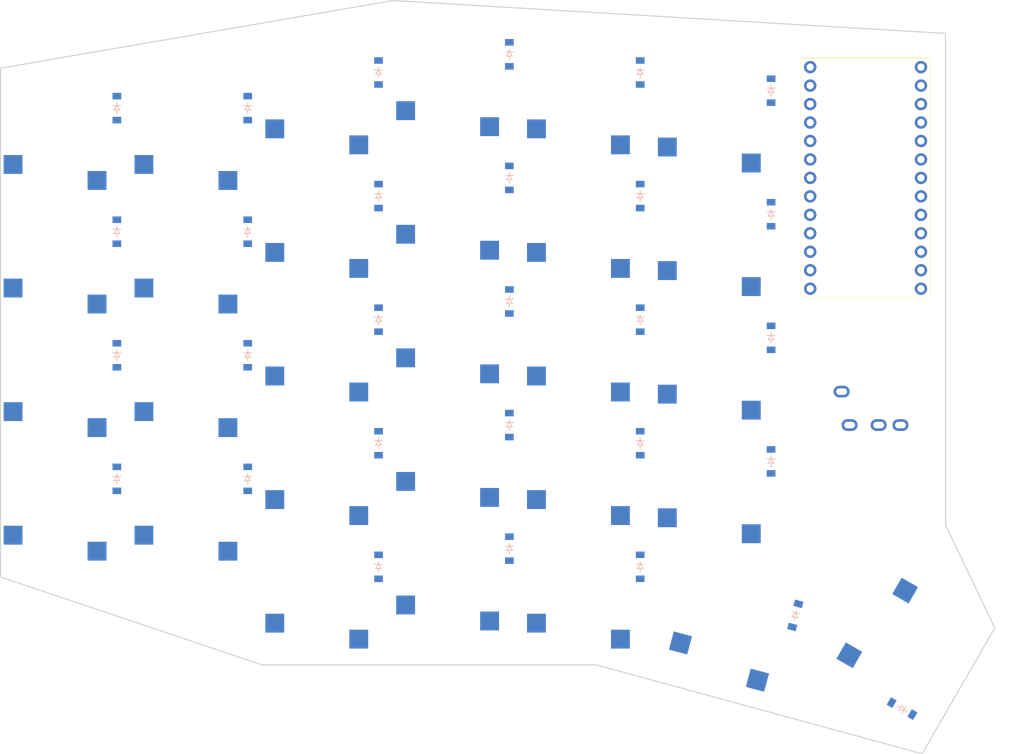
<source format=kicad_pcb>

            
(kicad_pcb (version 20171130) (host pcbnew 5.1.6)

  (page A3)
  (title_block
    (title main_pcb)
    (rev v1.0.0)
    (company Unknown)
  )

  (general
    (thickness 1.6)
  )

  (layers
    (0 F.Cu signal)
    (31 B.Cu signal)
    (32 B.Adhes user)
    (33 F.Adhes user)
    (34 B.Paste user)
    (35 F.Paste user)
    (36 B.SilkS user)
    (37 F.SilkS user)
    (38 B.Mask user)
    (39 F.Mask user)
    (40 Dwgs.User user)
    (41 Cmts.User user)
    (42 Eco1.User user)
    (43 Eco2.User user)
    (44 Edge.Cuts user)
    (45 Margin user)
    (46 B.CrtYd user)
    (47 F.CrtYd user)
    (48 B.Fab user)
    (49 F.Fab user)
  )

  (setup
    (last_trace_width 0.25)
    (trace_clearance 0.2)
    (zone_clearance 0.508)
    (zone_45_only no)
    (trace_min 0.2)
    (via_size 0.8)
    (via_drill 0.4)
    (via_min_size 0.4)
    (via_min_drill 0.3)
    (uvia_size 0.3)
    (uvia_drill 0.1)
    (uvias_allowed no)
    (uvia_min_size 0.2)
    (uvia_min_drill 0.1)
    (edge_width 0.05)
    (segment_width 0.2)
    (pcb_text_width 0.3)
    (pcb_text_size 1.5 1.5)
    (mod_edge_width 0.12)
    (mod_text_size 1 1)
    (mod_text_width 0.15)
    (pad_size 1.524 1.524)
    (pad_drill 0.762)
    (pad_to_mask_clearance 0.05)
    (aux_axis_origin 0 0)
    (visible_elements FFFFFF7F)
    (pcbplotparams
      (layerselection 0x010fc_ffffffff)
      (usegerberextensions false)
      (usegerberattributes true)
      (usegerberadvancedattributes true)
      (creategerberjobfile true)
      (excludeedgelayer true)
      (linewidth 0.100000)
      (plotframeref false)
      (viasonmask false)
      (mode 1)
      (useauxorigin false)
      (hpglpennumber 1)
      (hpglpenspeed 20)
      (hpglpendiameter 15.000000)
      (psnegative false)
      (psa4output false)
      (plotreference true)
      (plotvalue true)
      (plotinvisibletext false)
      (padsonsilk false)
      (subtractmaskfromsilk false)
      (outputformat 1)
      (mirror false)
      (drillshape 1)
      (scaleselection 1)
      (outputdirectory ""))
  )

            (net 0 "")
(net 1 "P22")
(net 2 "outer_bottom")
(net 3 "outer_home")
(net 4 "outer_top")
(net 5 "outer_num")
(net 6 "P26")
(net 7 "pinky_bottom")
(net 8 "pinky_home")
(net 9 "pinky_top")
(net 10 "pinky_num")
(net 11 "ring_mod")
(net 12 "P27")
(net 13 "ring_bottom")
(net 14 "ring_home")
(net 15 "ring_top")
(net 16 "ring_num")
(net 17 "middle_mod")
(net 18 "P28")
(net 19 "middle_bottom")
(net 20 "middle_home")
(net 21 "middle_top")
(net 22 "middle_num")
(net 23 "index_mod")
(net 24 "P29")
(net 25 "index_bottom")
(net 26 "index_home")
(net 27 "index_top")
(net 28 "index_num")
(net 29 "P11")
(net 30 "inner_bottom")
(net 31 "inner_home")
(net 32 "inner_top")
(net 33 "inner_num")
(net 34 "layer_cluster")
(net 35 "space_cluster")
(net 36 "P5")
(net 37 "P4")
(net 38 "P3")
(net 39 "P2")
(net 40 "P6")
(net 41 "P15")
(net 42 "RAW")
(net 43 "RST")
(net 44 "VDD")
(net 45 "GND")
(net 46 "P0")
(net 47 "P1")
(net 48 "P7")
(net 49 "P8")
(net 50 "P9")
(net 51 "P10")
(net 52 "P12")
(net 53 "P13")
(net 54 "P14")
(net 55 "P16")
(net 56 "P20")
(net 57 "P21")
(net 58 "P23")
            
  (net_class Default "This is the default net class."
    (clearance 0.2)
    (trace_width 0.25)
    (via_dia 0.8)
    (via_drill 0.4)
    (uvia_dia 0.3)
    (uvia_drill 0.1)
    (add_net "")
(add_net "P22")
(add_net "outer_bottom")
(add_net "outer_home")
(add_net "outer_top")
(add_net "outer_num")
(add_net "P26")
(add_net "pinky_bottom")
(add_net "pinky_home")
(add_net "pinky_top")
(add_net "pinky_num")
(add_net "ring_mod")
(add_net "P27")
(add_net "ring_bottom")
(add_net "ring_home")
(add_net "ring_top")
(add_net "ring_num")
(add_net "middle_mod")
(add_net "P28")
(add_net "middle_bottom")
(add_net "middle_home")
(add_net "middle_top")
(add_net "middle_num")
(add_net "index_mod")
(add_net "P29")
(add_net "index_bottom")
(add_net "index_home")
(add_net "index_top")
(add_net "index_num")
(add_net "P11")
(add_net "inner_bottom")
(add_net "inner_home")
(add_net "inner_top")
(add_net "inner_num")
(add_net "layer_cluster")
(add_net "space_cluster")
(add_net "P5")
(add_net "P4")
(add_net "P3")
(add_net "P2")
(add_net "P6")
(add_net "P15")
(add_net "RAW")
(add_net "RST")
(add_net "VDD")
(add_net "GND")
(add_net "P0")
(add_net "P1")
(add_net "P7")
(add_net "P8")
(add_net "P9")
(add_net "P10")
(add_net "P12")
(add_net "P13")
(add_net "P14")
(add_net "P16")
(add_net "P20")
(add_net "P21")
(add_net "P23")
  )

            
        
      (module PG1350 (layer F.Cu) (tedit 5DD50112)
      (at 100 -117 180)

      
      (fp_text reference "S1" (at 0 0) (layer F.SilkS) hide (effects (font (size 1.27 1.27) (thickness 0.15))))
      (fp_text value "" (at 0 0) (layer F.SilkS) hide (effects (font (size 1.27 1.27) (thickness 0.15))))

      
      (fp_line (start -7 -6) (end -7 -7) (layer Dwgs.User) (width 0.15))
      (fp_line (start -7 7) (end -6 7) (layer Dwgs.User) (width 0.15))
      (fp_line (start -6 -7) (end -7 -7) (layer Dwgs.User) (width 0.15))
      (fp_line (start -7 7) (end -7 6) (layer Dwgs.User) (width 0.15))
      (fp_line (start 7 6) (end 7 7) (layer Dwgs.User) (width 0.15))
      (fp_line (start 7 -7) (end 6 -7) (layer Dwgs.User) (width 0.15))
      (fp_line (start 6 7) (end 7 7) (layer Dwgs.User) (width 0.15))
      (fp_line (start 7 -7) (end 7 -6) (layer Dwgs.User) (width 0.15))      
      
      
      (pad "" np_thru_hole circle (at 0 0) (size 3.429 3.429) (drill 3.429) (layers *.Cu *.Mask))
        
      
      (pad "" np_thru_hole circle (at 5.5 0) (size 1.7018 1.7018) (drill 1.7018) (layers *.Cu *.Mask))
      (pad "" np_thru_hole circle (at -5.5 0) (size 1.7018 1.7018) (drill 1.7018) (layers *.Cu *.Mask))
      
        
      
      (fp_line (start -9 -8.5) (end 9 -8.5) (layer Dwgs.User) (width 0.15))
      (fp_line (start 9 -8.5) (end 9 8.5) (layer Dwgs.User) (width 0.15))
      (fp_line (start 9 8.5) (end -9 8.5) (layer Dwgs.User) (width 0.15))
      (fp_line (start -9 8.5) (end -9 -8.5) (layer Dwgs.User) (width 0.15))
      
        
          
          (pad "" np_thru_hole circle (at 5 -3.75) (size 3 3) (drill 3) (layers *.Cu *.Mask))
          (pad "" np_thru_hole circle (at 0 -5.95) (size 3 3) (drill 3) (layers *.Cu *.Mask))
      
          
          (pad 1 smd rect (at -3.275 -5.95 180) (size 2.6 2.6) (layers B.Cu B.Paste B.Mask)  (net 1 "P22"))
          (pad 2 smd rect (at 8.275 -3.75 180) (size 2.6 2.6) (layers B.Cu B.Paste B.Mask)  (net 2 "outer_bottom"))
        )
        

        
      (module PG1350 (layer F.Cu) (tedit 5DD50112)
      (at 100 -134 180)

      
      (fp_text reference "S2" (at 0 0) (layer F.SilkS) hide (effects (font (size 1.27 1.27) (thickness 0.15))))
      (fp_text value "" (at 0 0) (layer F.SilkS) hide (effects (font (size 1.27 1.27) (thickness 0.15))))

      
      (fp_line (start -7 -6) (end -7 -7) (layer Dwgs.User) (width 0.15))
      (fp_line (start -7 7) (end -6 7) (layer Dwgs.User) (width 0.15))
      (fp_line (start -6 -7) (end -7 -7) (layer Dwgs.User) (width 0.15))
      (fp_line (start -7 7) (end -7 6) (layer Dwgs.User) (width 0.15))
      (fp_line (start 7 6) (end 7 7) (layer Dwgs.User) (width 0.15))
      (fp_line (start 7 -7) (end 6 -7) (layer Dwgs.User) (width 0.15))
      (fp_line (start 6 7) (end 7 7) (layer Dwgs.User) (width 0.15))
      (fp_line (start 7 -7) (end 7 -6) (layer Dwgs.User) (width 0.15))      
      
      
      (pad "" np_thru_hole circle (at 0 0) (size 3.429 3.429) (drill 3.429) (layers *.Cu *.Mask))
        
      
      (pad "" np_thru_hole circle (at 5.5 0) (size 1.7018 1.7018) (drill 1.7018) (layers *.Cu *.Mask))
      (pad "" np_thru_hole circle (at -5.5 0) (size 1.7018 1.7018) (drill 1.7018) (layers *.Cu *.Mask))
      
        
      
      (fp_line (start -9 -8.5) (end 9 -8.5) (layer Dwgs.User) (width 0.15))
      (fp_line (start 9 -8.5) (end 9 8.5) (layer Dwgs.User) (width 0.15))
      (fp_line (start 9 8.5) (end -9 8.5) (layer Dwgs.User) (width 0.15))
      (fp_line (start -9 8.5) (end -9 -8.5) (layer Dwgs.User) (width 0.15))
      
        
          
          (pad "" np_thru_hole circle (at 5 -3.75) (size 3 3) (drill 3) (layers *.Cu *.Mask))
          (pad "" np_thru_hole circle (at 0 -5.95) (size 3 3) (drill 3) (layers *.Cu *.Mask))
      
          
          (pad 1 smd rect (at -3.275 -5.95 180) (size 2.6 2.6) (layers B.Cu B.Paste B.Mask)  (net 1 "P22"))
          (pad 2 smd rect (at 8.275 -3.75 180) (size 2.6 2.6) (layers B.Cu B.Paste B.Mask)  (net 3 "outer_home"))
        )
        

        
      (module PG1350 (layer F.Cu) (tedit 5DD50112)
      (at 100 -151 180)

      
      (fp_text reference "S3" (at 0 0) (layer F.SilkS) hide (effects (font (size 1.27 1.27) (thickness 0.15))))
      (fp_text value "" (at 0 0) (layer F.SilkS) hide (effects (font (size 1.27 1.27) (thickness 0.15))))

      
      (fp_line (start -7 -6) (end -7 -7) (layer Dwgs.User) (width 0.15))
      (fp_line (start -7 7) (end -6 7) (layer Dwgs.User) (width 0.15))
      (fp_line (start -6 -7) (end -7 -7) (layer Dwgs.User) (width 0.15))
      (fp_line (start -7 7) (end -7 6) (layer Dwgs.User) (width 0.15))
      (fp_line (start 7 6) (end 7 7) (layer Dwgs.User) (width 0.15))
      (fp_line (start 7 -7) (end 6 -7) (layer Dwgs.User) (width 0.15))
      (fp_line (start 6 7) (end 7 7) (layer Dwgs.User) (width 0.15))
      (fp_line (start 7 -7) (end 7 -6) (layer Dwgs.User) (width 0.15))      
      
      
      (pad "" np_thru_hole circle (at 0 0) (size 3.429 3.429) (drill 3.429) (layers *.Cu *.Mask))
        
      
      (pad "" np_thru_hole circle (at 5.5 0) (size 1.7018 1.7018) (drill 1.7018) (layers *.Cu *.Mask))
      (pad "" np_thru_hole circle (at -5.5 0) (size 1.7018 1.7018) (drill 1.7018) (layers *.Cu *.Mask))
      
        
      
      (fp_line (start -9 -8.5) (end 9 -8.5) (layer Dwgs.User) (width 0.15))
      (fp_line (start 9 -8.5) (end 9 8.5) (layer Dwgs.User) (width 0.15))
      (fp_line (start 9 8.5) (end -9 8.5) (layer Dwgs.User) (width 0.15))
      (fp_line (start -9 8.5) (end -9 -8.5) (layer Dwgs.User) (width 0.15))
      
        
          
          (pad "" np_thru_hole circle (at 5 -3.75) (size 3 3) (drill 3) (layers *.Cu *.Mask))
          (pad "" np_thru_hole circle (at 0 -5.95) (size 3 3) (drill 3) (layers *.Cu *.Mask))
      
          
          (pad 1 smd rect (at -3.275 -5.95 180) (size 2.6 2.6) (layers B.Cu B.Paste B.Mask)  (net 1 "P22"))
          (pad 2 smd rect (at 8.275 -3.75 180) (size 2.6 2.6) (layers B.Cu B.Paste B.Mask)  (net 4 "outer_top"))
        )
        

        
      (module PG1350 (layer F.Cu) (tedit 5DD50112)
      (at 100 -168 180)

      
      (fp_text reference "S4" (at 0 0) (layer F.SilkS) hide (effects (font (size 1.27 1.27) (thickness 0.15))))
      (fp_text value "" (at 0 0) (layer F.SilkS) hide (effects (font (size 1.27 1.27) (thickness 0.15))))

      
      (fp_line (start -7 -6) (end -7 -7) (layer Dwgs.User) (width 0.15))
      (fp_line (start -7 7) (end -6 7) (layer Dwgs.User) (width 0.15))
      (fp_line (start -6 -7) (end -7 -7) (layer Dwgs.User) (width 0.15))
      (fp_line (start -7 7) (end -7 6) (layer Dwgs.User) (width 0.15))
      (fp_line (start 7 6) (end 7 7) (layer Dwgs.User) (width 0.15))
      (fp_line (start 7 -7) (end 6 -7) (layer Dwgs.User) (width 0.15))
      (fp_line (start 6 7) (end 7 7) (layer Dwgs.User) (width 0.15))
      (fp_line (start 7 -7) (end 7 -6) (layer Dwgs.User) (width 0.15))      
      
      
      (pad "" np_thru_hole circle (at 0 0) (size 3.429 3.429) (drill 3.429) (layers *.Cu *.Mask))
        
      
      (pad "" np_thru_hole circle (at 5.5 0) (size 1.7018 1.7018) (drill 1.7018) (layers *.Cu *.Mask))
      (pad "" np_thru_hole circle (at -5.5 0) (size 1.7018 1.7018) (drill 1.7018) (layers *.Cu *.Mask))
      
        
      
      (fp_line (start -9 -8.5) (end 9 -8.5) (layer Dwgs.User) (width 0.15))
      (fp_line (start 9 -8.5) (end 9 8.5) (layer Dwgs.User) (width 0.15))
      (fp_line (start 9 8.5) (end -9 8.5) (layer Dwgs.User) (width 0.15))
      (fp_line (start -9 8.5) (end -9 -8.5) (layer Dwgs.User) (width 0.15))
      
        
          
          (pad "" np_thru_hole circle (at 5 -3.75) (size 3 3) (drill 3) (layers *.Cu *.Mask))
          (pad "" np_thru_hole circle (at 0 -5.95) (size 3 3) (drill 3) (layers *.Cu *.Mask))
      
          
          (pad 1 smd rect (at -3.275 -5.95 180) (size 2.6 2.6) (layers B.Cu B.Paste B.Mask)  (net 1 "P22"))
          (pad 2 smd rect (at 8.275 -3.75 180) (size 2.6 2.6) (layers B.Cu B.Paste B.Mask)  (net 5 "outer_num"))
        )
        

        
      (module PG1350 (layer F.Cu) (tedit 5DD50112)
      (at 118 -117 180)

      
      (fp_text reference "S5" (at 0 0) (layer F.SilkS) hide (effects (font (size 1.27 1.27) (thickness 0.15))))
      (fp_text value "" (at 0 0) (layer F.SilkS) hide (effects (font (size 1.27 1.27) (thickness 0.15))))

      
      (fp_line (start -7 -6) (end -7 -7) (layer Dwgs.User) (width 0.15))
      (fp_line (start -7 7) (end -6 7) (layer Dwgs.User) (width 0.15))
      (fp_line (start -6 -7) (end -7 -7) (layer Dwgs.User) (width 0.15))
      (fp_line (start -7 7) (end -7 6) (layer Dwgs.User) (width 0.15))
      (fp_line (start 7 6) (end 7 7) (layer Dwgs.User) (width 0.15))
      (fp_line (start 7 -7) (end 6 -7) (layer Dwgs.User) (width 0.15))
      (fp_line (start 6 7) (end 7 7) (layer Dwgs.User) (width 0.15))
      (fp_line (start 7 -7) (end 7 -6) (layer Dwgs.User) (width 0.15))      
      
      
      (pad "" np_thru_hole circle (at 0 0) (size 3.429 3.429) (drill 3.429) (layers *.Cu *.Mask))
        
      
      (pad "" np_thru_hole circle (at 5.5 0) (size 1.7018 1.7018) (drill 1.7018) (layers *.Cu *.Mask))
      (pad "" np_thru_hole circle (at -5.5 0) (size 1.7018 1.7018) (drill 1.7018) (layers *.Cu *.Mask))
      
        
      
      (fp_line (start -9 -8.5) (end 9 -8.5) (layer Dwgs.User) (width 0.15))
      (fp_line (start 9 -8.5) (end 9 8.5) (layer Dwgs.User) (width 0.15))
      (fp_line (start 9 8.5) (end -9 8.5) (layer Dwgs.User) (width 0.15))
      (fp_line (start -9 8.5) (end -9 -8.5) (layer Dwgs.User) (width 0.15))
      
        
          
          (pad "" np_thru_hole circle (at 5 -3.75) (size 3 3) (drill 3) (layers *.Cu *.Mask))
          (pad "" np_thru_hole circle (at 0 -5.95) (size 3 3) (drill 3) (layers *.Cu *.Mask))
      
          
          (pad 1 smd rect (at -3.275 -5.95 180) (size 2.6 2.6) (layers B.Cu B.Paste B.Mask)  (net 6 "P26"))
          (pad 2 smd rect (at 8.275 -3.75 180) (size 2.6 2.6) (layers B.Cu B.Paste B.Mask)  (net 7 "pinky_bottom"))
        )
        

        
      (module PG1350 (layer F.Cu) (tedit 5DD50112)
      (at 118 -134 180)

      
      (fp_text reference "S6" (at 0 0) (layer F.SilkS) hide (effects (font (size 1.27 1.27) (thickness 0.15))))
      (fp_text value "" (at 0 0) (layer F.SilkS) hide (effects (font (size 1.27 1.27) (thickness 0.15))))

      
      (fp_line (start -7 -6) (end -7 -7) (layer Dwgs.User) (width 0.15))
      (fp_line (start -7 7) (end -6 7) (layer Dwgs.User) (width 0.15))
      (fp_line (start -6 -7) (end -7 -7) (layer Dwgs.User) (width 0.15))
      (fp_line (start -7 7) (end -7 6) (layer Dwgs.User) (width 0.15))
      (fp_line (start 7 6) (end 7 7) (layer Dwgs.User) (width 0.15))
      (fp_line (start 7 -7) (end 6 -7) (layer Dwgs.User) (width 0.15))
      (fp_line (start 6 7) (end 7 7) (layer Dwgs.User) (width 0.15))
      (fp_line (start 7 -7) (end 7 -6) (layer Dwgs.User) (width 0.15))      
      
      
      (pad "" np_thru_hole circle (at 0 0) (size 3.429 3.429) (drill 3.429) (layers *.Cu *.Mask))
        
      
      (pad "" np_thru_hole circle (at 5.5 0) (size 1.7018 1.7018) (drill 1.7018) (layers *.Cu *.Mask))
      (pad "" np_thru_hole circle (at -5.5 0) (size 1.7018 1.7018) (drill 1.7018) (layers *.Cu *.Mask))
      
        
      
      (fp_line (start -9 -8.5) (end 9 -8.5) (layer Dwgs.User) (width 0.15))
      (fp_line (start 9 -8.5) (end 9 8.5) (layer Dwgs.User) (width 0.15))
      (fp_line (start 9 8.5) (end -9 8.5) (layer Dwgs.User) (width 0.15))
      (fp_line (start -9 8.5) (end -9 -8.5) (layer Dwgs.User) (width 0.15))
      
        
          
          (pad "" np_thru_hole circle (at 5 -3.75) (size 3 3) (drill 3) (layers *.Cu *.Mask))
          (pad "" np_thru_hole circle (at 0 -5.95) (size 3 3) (drill 3) (layers *.Cu *.Mask))
      
          
          (pad 1 smd rect (at -3.275 -5.95 180) (size 2.6 2.6) (layers B.Cu B.Paste B.Mask)  (net 6 "P26"))
          (pad 2 smd rect (at 8.275 -3.75 180) (size 2.6 2.6) (layers B.Cu B.Paste B.Mask)  (net 8 "pinky_home"))
        )
        

        
      (module PG1350 (layer F.Cu) (tedit 5DD50112)
      (at 118 -151 180)

      
      (fp_text reference "S7" (at 0 0) (layer F.SilkS) hide (effects (font (size 1.27 1.27) (thickness 0.15))))
      (fp_text value "" (at 0 0) (layer F.SilkS) hide (effects (font (size 1.27 1.27) (thickness 0.15))))

      
      (fp_line (start -7 -6) (end -7 -7) (layer Dwgs.User) (width 0.15))
      (fp_line (start -7 7) (end -6 7) (layer Dwgs.User) (width 0.15))
      (fp_line (start -6 -7) (end -7 -7) (layer Dwgs.User) (width 0.15))
      (fp_line (start -7 7) (end -7 6) (layer Dwgs.User) (width 0.15))
      (fp_line (start 7 6) (end 7 7) (layer Dwgs.User) (width 0.15))
      (fp_line (start 7 -7) (end 6 -7) (layer Dwgs.User) (width 0.15))
      (fp_line (start 6 7) (end 7 7) (layer Dwgs.User) (width 0.15))
      (fp_line (start 7 -7) (end 7 -6) (layer Dwgs.User) (width 0.15))      
      
      
      (pad "" np_thru_hole circle (at 0 0) (size 3.429 3.429) (drill 3.429) (layers *.Cu *.Mask))
        
      
      (pad "" np_thru_hole circle (at 5.5 0) (size 1.7018 1.7018) (drill 1.7018) (layers *.Cu *.Mask))
      (pad "" np_thru_hole circle (at -5.5 0) (size 1.7018 1.7018) (drill 1.7018) (layers *.Cu *.Mask))
      
        
      
      (fp_line (start -9 -8.5) (end 9 -8.5) (layer Dwgs.User) (width 0.15))
      (fp_line (start 9 -8.5) (end 9 8.5) (layer Dwgs.User) (width 0.15))
      (fp_line (start 9 8.5) (end -9 8.5) (layer Dwgs.User) (width 0.15))
      (fp_line (start -9 8.5) (end -9 -8.5) (layer Dwgs.User) (width 0.15))
      
        
          
          (pad "" np_thru_hole circle (at 5 -3.75) (size 3 3) (drill 3) (layers *.Cu *.Mask))
          (pad "" np_thru_hole circle (at 0 -5.95) (size 3 3) (drill 3) (layers *.Cu *.Mask))
      
          
          (pad 1 smd rect (at -3.275 -5.95 180) (size 2.6 2.6) (layers B.Cu B.Paste B.Mask)  (net 6 "P26"))
          (pad 2 smd rect (at 8.275 -3.75 180) (size 2.6 2.6) (layers B.Cu B.Paste B.Mask)  (net 9 "pinky_top"))
        )
        

        
      (module PG1350 (layer F.Cu) (tedit 5DD50112)
      (at 118 -168 180)

      
      (fp_text reference "S8" (at 0 0) (layer F.SilkS) hide (effects (font (size 1.27 1.27) (thickness 0.15))))
      (fp_text value "" (at 0 0) (layer F.SilkS) hide (effects (font (size 1.27 1.27) (thickness 0.15))))

      
      (fp_line (start -7 -6) (end -7 -7) (layer Dwgs.User) (width 0.15))
      (fp_line (start -7 7) (end -6 7) (layer Dwgs.User) (width 0.15))
      (fp_line (start -6 -7) (end -7 -7) (layer Dwgs.User) (width 0.15))
      (fp_line (start -7 7) (end -7 6) (layer Dwgs.User) (width 0.15))
      (fp_line (start 7 6) (end 7 7) (layer Dwgs.User) (width 0.15))
      (fp_line (start 7 -7) (end 6 -7) (layer Dwgs.User) (width 0.15))
      (fp_line (start 6 7) (end 7 7) (layer Dwgs.User) (width 0.15))
      (fp_line (start 7 -7) (end 7 -6) (layer Dwgs.User) (width 0.15))      
      
      
      (pad "" np_thru_hole circle (at 0 0) (size 3.429 3.429) (drill 3.429) (layers *.Cu *.Mask))
        
      
      (pad "" np_thru_hole circle (at 5.5 0) (size 1.7018 1.7018) (drill 1.7018) (layers *.Cu *.Mask))
      (pad "" np_thru_hole circle (at -5.5 0) (size 1.7018 1.7018) (drill 1.7018) (layers *.Cu *.Mask))
      
        
      
      (fp_line (start -9 -8.5) (end 9 -8.5) (layer Dwgs.User) (width 0.15))
      (fp_line (start 9 -8.5) (end 9 8.5) (layer Dwgs.User) (width 0.15))
      (fp_line (start 9 8.5) (end -9 8.5) (layer Dwgs.User) (width 0.15))
      (fp_line (start -9 8.5) (end -9 -8.5) (layer Dwgs.User) (width 0.15))
      
        
          
          (pad "" np_thru_hole circle (at 5 -3.75) (size 3 3) (drill 3) (layers *.Cu *.Mask))
          (pad "" np_thru_hole circle (at 0 -5.95) (size 3 3) (drill 3) (layers *.Cu *.Mask))
      
          
          (pad 1 smd rect (at -3.275 -5.95 180) (size 2.6 2.6) (layers B.Cu B.Paste B.Mask)  (net 6 "P26"))
          (pad 2 smd rect (at 8.275 -3.75 180) (size 2.6 2.6) (layers B.Cu B.Paste B.Mask)  (net 10 "pinky_num"))
        )
        

        
      (module PG1350 (layer F.Cu) (tedit 5DD50112)
      (at 136 -104.9 180)

      
      (fp_text reference "S9" (at 0 0) (layer F.SilkS) hide (effects (font (size 1.27 1.27) (thickness 0.15))))
      (fp_text value "" (at 0 0) (layer F.SilkS) hide (effects (font (size 1.27 1.27) (thickness 0.15))))

      
      (fp_line (start -7 -6) (end -7 -7) (layer Dwgs.User) (width 0.15))
      (fp_line (start -7 7) (end -6 7) (layer Dwgs.User) (width 0.15))
      (fp_line (start -6 -7) (end -7 -7) (layer Dwgs.User) (width 0.15))
      (fp_line (start -7 7) (end -7 6) (layer Dwgs.User) (width 0.15))
      (fp_line (start 7 6) (end 7 7) (layer Dwgs.User) (width 0.15))
      (fp_line (start 7 -7) (end 6 -7) (layer Dwgs.User) (width 0.15))
      (fp_line (start 6 7) (end 7 7) (layer Dwgs.User) (width 0.15))
      (fp_line (start 7 -7) (end 7 -6) (layer Dwgs.User) (width 0.15))      
      
      
      (pad "" np_thru_hole circle (at 0 0) (size 3.429 3.429) (drill 3.429) (layers *.Cu *.Mask))
        
      
      (pad "" np_thru_hole circle (at 5.5 0) (size 1.7018 1.7018) (drill 1.7018) (layers *.Cu *.Mask))
      (pad "" np_thru_hole circle (at -5.5 0) (size 1.7018 1.7018) (drill 1.7018) (layers *.Cu *.Mask))
      
        
      
      (fp_line (start -9 -8.5) (end 9 -8.5) (layer Dwgs.User) (width 0.15))
      (fp_line (start 9 -8.5) (end 9 8.5) (layer Dwgs.User) (width 0.15))
      (fp_line (start 9 8.5) (end -9 8.5) (layer Dwgs.User) (width 0.15))
      (fp_line (start -9 8.5) (end -9 -8.5) (layer Dwgs.User) (width 0.15))
      
        
          
          (pad "" np_thru_hole circle (at 5 -3.75) (size 3 3) (drill 3) (layers *.Cu *.Mask))
          (pad "" np_thru_hole circle (at 0 -5.95) (size 3 3) (drill 3) (layers *.Cu *.Mask))
      
          
          (pad 1 smd rect (at -3.275 -5.95 180) (size 2.6 2.6) (layers B.Cu B.Paste B.Mask)  (net 6 "P26"))
          (pad 2 smd rect (at 8.275 -3.75 180) (size 2.6 2.6) (layers B.Cu B.Paste B.Mask)  (net 11 "ring_mod"))
        )
        

        
      (module PG1350 (layer F.Cu) (tedit 5DD50112)
      (at 136 -121.9 180)

      
      (fp_text reference "S10" (at 0 0) (layer F.SilkS) hide (effects (font (size 1.27 1.27) (thickness 0.15))))
      (fp_text value "" (at 0 0) (layer F.SilkS) hide (effects (font (size 1.27 1.27) (thickness 0.15))))

      
      (fp_line (start -7 -6) (end -7 -7) (layer Dwgs.User) (width 0.15))
      (fp_line (start -7 7) (end -6 7) (layer Dwgs.User) (width 0.15))
      (fp_line (start -6 -7) (end -7 -7) (layer Dwgs.User) (width 0.15))
      (fp_line (start -7 7) (end -7 6) (layer Dwgs.User) (width 0.15))
      (fp_line (start 7 6) (end 7 7) (layer Dwgs.User) (width 0.15))
      (fp_line (start 7 -7) (end 6 -7) (layer Dwgs.User) (width 0.15))
      (fp_line (start 6 7) (end 7 7) (layer Dwgs.User) (width 0.15))
      (fp_line (start 7 -7) (end 7 -6) (layer Dwgs.User) (width 0.15))      
      
      
      (pad "" np_thru_hole circle (at 0 0) (size 3.429 3.429) (drill 3.429) (layers *.Cu *.Mask))
        
      
      (pad "" np_thru_hole circle (at 5.5 0) (size 1.7018 1.7018) (drill 1.7018) (layers *.Cu *.Mask))
      (pad "" np_thru_hole circle (at -5.5 0) (size 1.7018 1.7018) (drill 1.7018) (layers *.Cu *.Mask))
      
        
      
      (fp_line (start -9 -8.5) (end 9 -8.5) (layer Dwgs.User) (width 0.15))
      (fp_line (start 9 -8.5) (end 9 8.5) (layer Dwgs.User) (width 0.15))
      (fp_line (start 9 8.5) (end -9 8.5) (layer Dwgs.User) (width 0.15))
      (fp_line (start -9 8.5) (end -9 -8.5) (layer Dwgs.User) (width 0.15))
      
        
          
          (pad "" np_thru_hole circle (at 5 -3.75) (size 3 3) (drill 3) (layers *.Cu *.Mask))
          (pad "" np_thru_hole circle (at 0 -5.95) (size 3 3) (drill 3) (layers *.Cu *.Mask))
      
          
          (pad 1 smd rect (at -3.275 -5.95 180) (size 2.6 2.6) (layers B.Cu B.Paste B.Mask)  (net 12 "P27"))
          (pad 2 smd rect (at 8.275 -3.75 180) (size 2.6 2.6) (layers B.Cu B.Paste B.Mask)  (net 13 "ring_bottom"))
        )
        

        
      (module PG1350 (layer F.Cu) (tedit 5DD50112)
      (at 136 -138.9 180)

      
      (fp_text reference "S11" (at 0 0) (layer F.SilkS) hide (effects (font (size 1.27 1.27) (thickness 0.15))))
      (fp_text value "" (at 0 0) (layer F.SilkS) hide (effects (font (size 1.27 1.27) (thickness 0.15))))

      
      (fp_line (start -7 -6) (end -7 -7) (layer Dwgs.User) (width 0.15))
      (fp_line (start -7 7) (end -6 7) (layer Dwgs.User) (width 0.15))
      (fp_line (start -6 -7) (end -7 -7) (layer Dwgs.User) (width 0.15))
      (fp_line (start -7 7) (end -7 6) (layer Dwgs.User) (width 0.15))
      (fp_line (start 7 6) (end 7 7) (layer Dwgs.User) (width 0.15))
      (fp_line (start 7 -7) (end 6 -7) (layer Dwgs.User) (width 0.15))
      (fp_line (start 6 7) (end 7 7) (layer Dwgs.User) (width 0.15))
      (fp_line (start 7 -7) (end 7 -6) (layer Dwgs.User) (width 0.15))      
      
      
      (pad "" np_thru_hole circle (at 0 0) (size 3.429 3.429) (drill 3.429) (layers *.Cu *.Mask))
        
      
      (pad "" np_thru_hole circle (at 5.5 0) (size 1.7018 1.7018) (drill 1.7018) (layers *.Cu *.Mask))
      (pad "" np_thru_hole circle (at -5.5 0) (size 1.7018 1.7018) (drill 1.7018) (layers *.Cu *.Mask))
      
        
      
      (fp_line (start -9 -8.5) (end 9 -8.5) (layer Dwgs.User) (width 0.15))
      (fp_line (start 9 -8.5) (end 9 8.5) (layer Dwgs.User) (width 0.15))
      (fp_line (start 9 8.5) (end -9 8.5) (layer Dwgs.User) (width 0.15))
      (fp_line (start -9 8.5) (end -9 -8.5) (layer Dwgs.User) (width 0.15))
      
        
          
          (pad "" np_thru_hole circle (at 5 -3.75) (size 3 3) (drill 3) (layers *.Cu *.Mask))
          (pad "" np_thru_hole circle (at 0 -5.95) (size 3 3) (drill 3) (layers *.Cu *.Mask))
      
          
          (pad 1 smd rect (at -3.275 -5.95 180) (size 2.6 2.6) (layers B.Cu B.Paste B.Mask)  (net 12 "P27"))
          (pad 2 smd rect (at 8.275 -3.75 180) (size 2.6 2.6) (layers B.Cu B.Paste B.Mask)  (net 14 "ring_home"))
        )
        

        
      (module PG1350 (layer F.Cu) (tedit 5DD50112)
      (at 136 -155.9 180)

      
      (fp_text reference "S12" (at 0 0) (layer F.SilkS) hide (effects (font (size 1.27 1.27) (thickness 0.15))))
      (fp_text value "" (at 0 0) (layer F.SilkS) hide (effects (font (size 1.27 1.27) (thickness 0.15))))

      
      (fp_line (start -7 -6) (end -7 -7) (layer Dwgs.User) (width 0.15))
      (fp_line (start -7 7) (end -6 7) (layer Dwgs.User) (width 0.15))
      (fp_line (start -6 -7) (end -7 -7) (layer Dwgs.User) (width 0.15))
      (fp_line (start -7 7) (end -7 6) (layer Dwgs.User) (width 0.15))
      (fp_line (start 7 6) (end 7 7) (layer Dwgs.User) (width 0.15))
      (fp_line (start 7 -7) (end 6 -7) (layer Dwgs.User) (width 0.15))
      (fp_line (start 6 7) (end 7 7) (layer Dwgs.User) (width 0.15))
      (fp_line (start 7 -7) (end 7 -6) (layer Dwgs.User) (width 0.15))      
      
      
      (pad "" np_thru_hole circle (at 0 0) (size 3.429 3.429) (drill 3.429) (layers *.Cu *.Mask))
        
      
      (pad "" np_thru_hole circle (at 5.5 0) (size 1.7018 1.7018) (drill 1.7018) (layers *.Cu *.Mask))
      (pad "" np_thru_hole circle (at -5.5 0) (size 1.7018 1.7018) (drill 1.7018) (layers *.Cu *.Mask))
      
        
      
      (fp_line (start -9 -8.5) (end 9 -8.5) (layer Dwgs.User) (width 0.15))
      (fp_line (start 9 -8.5) (end 9 8.5) (layer Dwgs.User) (width 0.15))
      (fp_line (start 9 8.5) (end -9 8.5) (layer Dwgs.User) (width 0.15))
      (fp_line (start -9 8.5) (end -9 -8.5) (layer Dwgs.User) (width 0.15))
      
        
          
          (pad "" np_thru_hole circle (at 5 -3.75) (size 3 3) (drill 3) (layers *.Cu *.Mask))
          (pad "" np_thru_hole circle (at 0 -5.95) (size 3 3) (drill 3) (layers *.Cu *.Mask))
      
          
          (pad 1 smd rect (at -3.275 -5.95 180) (size 2.6 2.6) (layers B.Cu B.Paste B.Mask)  (net 12 "P27"))
          (pad 2 smd rect (at 8.275 -3.75 180) (size 2.6 2.6) (layers B.Cu B.Paste B.Mask)  (net 15 "ring_top"))
        )
        

        
      (module PG1350 (layer F.Cu) (tedit 5DD50112)
      (at 136 -172.9 180)

      
      (fp_text reference "S13" (at 0 0) (layer F.SilkS) hide (effects (font (size 1.27 1.27) (thickness 0.15))))
      (fp_text value "" (at 0 0) (layer F.SilkS) hide (effects (font (size 1.27 1.27) (thickness 0.15))))

      
      (fp_line (start -7 -6) (end -7 -7) (layer Dwgs.User) (width 0.15))
      (fp_line (start -7 7) (end -6 7) (layer Dwgs.User) (width 0.15))
      (fp_line (start -6 -7) (end -7 -7) (layer Dwgs.User) (width 0.15))
      (fp_line (start -7 7) (end -7 6) (layer Dwgs.User) (width 0.15))
      (fp_line (start 7 6) (end 7 7) (layer Dwgs.User) (width 0.15))
      (fp_line (start 7 -7) (end 6 -7) (layer Dwgs.User) (width 0.15))
      (fp_line (start 6 7) (end 7 7) (layer Dwgs.User) (width 0.15))
      (fp_line (start 7 -7) (end 7 -6) (layer Dwgs.User) (width 0.15))      
      
      
      (pad "" np_thru_hole circle (at 0 0) (size 3.429 3.429) (drill 3.429) (layers *.Cu *.Mask))
        
      
      (pad "" np_thru_hole circle (at 5.5 0) (size 1.7018 1.7018) (drill 1.7018) (layers *.Cu *.Mask))
      (pad "" np_thru_hole circle (at -5.5 0) (size 1.7018 1.7018) (drill 1.7018) (layers *.Cu *.Mask))
      
        
      
      (fp_line (start -9 -8.5) (end 9 -8.5) (layer Dwgs.User) (width 0.15))
      (fp_line (start 9 -8.5) (end 9 8.5) (layer Dwgs.User) (width 0.15))
      (fp_line (start 9 8.5) (end -9 8.5) (layer Dwgs.User) (width 0.15))
      (fp_line (start -9 8.5) (end -9 -8.5) (layer Dwgs.User) (width 0.15))
      
        
          
          (pad "" np_thru_hole circle (at 5 -3.75) (size 3 3) (drill 3) (layers *.Cu *.Mask))
          (pad "" np_thru_hole circle (at 0 -5.95) (size 3 3) (drill 3) (layers *.Cu *.Mask))
      
          
          (pad 1 smd rect (at -3.275 -5.95 180) (size 2.6 2.6) (layers B.Cu B.Paste B.Mask)  (net 12 "P27"))
          (pad 2 smd rect (at 8.275 -3.75 180) (size 2.6 2.6) (layers B.Cu B.Paste B.Mask)  (net 16 "ring_num"))
        )
        

        
      (module PG1350 (layer F.Cu) (tedit 5DD50112)
      (at 154 -107.4 180)

      
      (fp_text reference "S14" (at 0 0) (layer F.SilkS) hide (effects (font (size 1.27 1.27) (thickness 0.15))))
      (fp_text value "" (at 0 0) (layer F.SilkS) hide (effects (font (size 1.27 1.27) (thickness 0.15))))

      
      (fp_line (start -7 -6) (end -7 -7) (layer Dwgs.User) (width 0.15))
      (fp_line (start -7 7) (end -6 7) (layer Dwgs.User) (width 0.15))
      (fp_line (start -6 -7) (end -7 -7) (layer Dwgs.User) (width 0.15))
      (fp_line (start -7 7) (end -7 6) (layer Dwgs.User) (width 0.15))
      (fp_line (start 7 6) (end 7 7) (layer Dwgs.User) (width 0.15))
      (fp_line (start 7 -7) (end 6 -7) (layer Dwgs.User) (width 0.15))
      (fp_line (start 6 7) (end 7 7) (layer Dwgs.User) (width 0.15))
      (fp_line (start 7 -7) (end 7 -6) (layer Dwgs.User) (width 0.15))      
      
      
      (pad "" np_thru_hole circle (at 0 0) (size 3.429 3.429) (drill 3.429) (layers *.Cu *.Mask))
        
      
      (pad "" np_thru_hole circle (at 5.5 0) (size 1.7018 1.7018) (drill 1.7018) (layers *.Cu *.Mask))
      (pad "" np_thru_hole circle (at -5.5 0) (size 1.7018 1.7018) (drill 1.7018) (layers *.Cu *.Mask))
      
        
      
      (fp_line (start -9 -8.5) (end 9 -8.5) (layer Dwgs.User) (width 0.15))
      (fp_line (start 9 -8.5) (end 9 8.5) (layer Dwgs.User) (width 0.15))
      (fp_line (start 9 8.5) (end -9 8.5) (layer Dwgs.User) (width 0.15))
      (fp_line (start -9 8.5) (end -9 -8.5) (layer Dwgs.User) (width 0.15))
      
        
          
          (pad "" np_thru_hole circle (at 5 -3.75) (size 3 3) (drill 3) (layers *.Cu *.Mask))
          (pad "" np_thru_hole circle (at 0 -5.95) (size 3 3) (drill 3) (layers *.Cu *.Mask))
      
          
          (pad 1 smd rect (at -3.275 -5.95 180) (size 2.6 2.6) (layers B.Cu B.Paste B.Mask)  (net 12 "P27"))
          (pad 2 smd rect (at 8.275 -3.75 180) (size 2.6 2.6) (layers B.Cu B.Paste B.Mask)  (net 17 "middle_mod"))
        )
        

        
      (module PG1350 (layer F.Cu) (tedit 5DD50112)
      (at 154 -124.4 180)

      
      (fp_text reference "S15" (at 0 0) (layer F.SilkS) hide (effects (font (size 1.27 1.27) (thickness 0.15))))
      (fp_text value "" (at 0 0) (layer F.SilkS) hide (effects (font (size 1.27 1.27) (thickness 0.15))))

      
      (fp_line (start -7 -6) (end -7 -7) (layer Dwgs.User) (width 0.15))
      (fp_line (start -7 7) (end -6 7) (layer Dwgs.User) (width 0.15))
      (fp_line (start -6 -7) (end -7 -7) (layer Dwgs.User) (width 0.15))
      (fp_line (start -7 7) (end -7 6) (layer Dwgs.User) (width 0.15))
      (fp_line (start 7 6) (end 7 7) (layer Dwgs.User) (width 0.15))
      (fp_line (start 7 -7) (end 6 -7) (layer Dwgs.User) (width 0.15))
      (fp_line (start 6 7) (end 7 7) (layer Dwgs.User) (width 0.15))
      (fp_line (start 7 -7) (end 7 -6) (layer Dwgs.User) (width 0.15))      
      
      
      (pad "" np_thru_hole circle (at 0 0) (size 3.429 3.429) (drill 3.429) (layers *.Cu *.Mask))
        
      
      (pad "" np_thru_hole circle (at 5.5 0) (size 1.7018 1.7018) (drill 1.7018) (layers *.Cu *.Mask))
      (pad "" np_thru_hole circle (at -5.5 0) (size 1.7018 1.7018) (drill 1.7018) (layers *.Cu *.Mask))
      
        
      
      (fp_line (start -9 -8.5) (end 9 -8.5) (layer Dwgs.User) (width 0.15))
      (fp_line (start 9 -8.5) (end 9 8.5) (layer Dwgs.User) (width 0.15))
      (fp_line (start 9 8.5) (end -9 8.5) (layer Dwgs.User) (width 0.15))
      (fp_line (start -9 8.5) (end -9 -8.5) (layer Dwgs.User) (width 0.15))
      
        
          
          (pad "" np_thru_hole circle (at 5 -3.75) (size 3 3) (drill 3) (layers *.Cu *.Mask))
          (pad "" np_thru_hole circle (at 0 -5.95) (size 3 3) (drill 3) (layers *.Cu *.Mask))
      
          
          (pad 1 smd rect (at -3.275 -5.95 180) (size 2.6 2.6) (layers B.Cu B.Paste B.Mask)  (net 18 "P28"))
          (pad 2 smd rect (at 8.275 -3.75 180) (size 2.6 2.6) (layers B.Cu B.Paste B.Mask)  (net 19 "middle_bottom"))
        )
        

        
      (module PG1350 (layer F.Cu) (tedit 5DD50112)
      (at 154 -141.4 180)

      
      (fp_text reference "S16" (at 0 0) (layer F.SilkS) hide (effects (font (size 1.27 1.27) (thickness 0.15))))
      (fp_text value "" (at 0 0) (layer F.SilkS) hide (effects (font (size 1.27 1.27) (thickness 0.15))))

      
      (fp_line (start -7 -6) (end -7 -7) (layer Dwgs.User) (width 0.15))
      (fp_line (start -7 7) (end -6 7) (layer Dwgs.User) (width 0.15))
      (fp_line (start -6 -7) (end -7 -7) (layer Dwgs.User) (width 0.15))
      (fp_line (start -7 7) (end -7 6) (layer Dwgs.User) (width 0.15))
      (fp_line (start 7 6) (end 7 7) (layer Dwgs.User) (width 0.15))
      (fp_line (start 7 -7) (end 6 -7) (layer Dwgs.User) (width 0.15))
      (fp_line (start 6 7) (end 7 7) (layer Dwgs.User) (width 0.15))
      (fp_line (start 7 -7) (end 7 -6) (layer Dwgs.User) (width 0.15))      
      
      
      (pad "" np_thru_hole circle (at 0 0) (size 3.429 3.429) (drill 3.429) (layers *.Cu *.Mask))
        
      
      (pad "" np_thru_hole circle (at 5.5 0) (size 1.7018 1.7018) (drill 1.7018) (layers *.Cu *.Mask))
      (pad "" np_thru_hole circle (at -5.5 0) (size 1.7018 1.7018) (drill 1.7018) (layers *.Cu *.Mask))
      
        
      
      (fp_line (start -9 -8.5) (end 9 -8.5) (layer Dwgs.User) (width 0.15))
      (fp_line (start 9 -8.5) (end 9 8.5) (layer Dwgs.User) (width 0.15))
      (fp_line (start 9 8.5) (end -9 8.5) (layer Dwgs.User) (width 0.15))
      (fp_line (start -9 8.5) (end -9 -8.5) (layer Dwgs.User) (width 0.15))
      
        
          
          (pad "" np_thru_hole circle (at 5 -3.75) (size 3 3) (drill 3) (layers *.Cu *.Mask))
          (pad "" np_thru_hole circle (at 0 -5.95) (size 3 3) (drill 3) (layers *.Cu *.Mask))
      
          
          (pad 1 smd rect (at -3.275 -5.95 180) (size 2.6 2.6) (layers B.Cu B.Paste B.Mask)  (net 18 "P28"))
          (pad 2 smd rect (at 8.275 -3.75 180) (size 2.6 2.6) (layers B.Cu B.Paste B.Mask)  (net 20 "middle_home"))
        )
        

        
      (module PG1350 (layer F.Cu) (tedit 5DD50112)
      (at 154 -158.4 180)

      
      (fp_text reference "S17" (at 0 0) (layer F.SilkS) hide (effects (font (size 1.27 1.27) (thickness 0.15))))
      (fp_text value "" (at 0 0) (layer F.SilkS) hide (effects (font (size 1.27 1.27) (thickness 0.15))))

      
      (fp_line (start -7 -6) (end -7 -7) (layer Dwgs.User) (width 0.15))
      (fp_line (start -7 7) (end -6 7) (layer Dwgs.User) (width 0.15))
      (fp_line (start -6 -7) (end -7 -7) (layer Dwgs.User) (width 0.15))
      (fp_line (start -7 7) (end -7 6) (layer Dwgs.User) (width 0.15))
      (fp_line (start 7 6) (end 7 7) (layer Dwgs.User) (width 0.15))
      (fp_line (start 7 -7) (end 6 -7) (layer Dwgs.User) (width 0.15))
      (fp_line (start 6 7) (end 7 7) (layer Dwgs.User) (width 0.15))
      (fp_line (start 7 -7) (end 7 -6) (layer Dwgs.User) (width 0.15))      
      
      
      (pad "" np_thru_hole circle (at 0 0) (size 3.429 3.429) (drill 3.429) (layers *.Cu *.Mask))
        
      
      (pad "" np_thru_hole circle (at 5.5 0) (size 1.7018 1.7018) (drill 1.7018) (layers *.Cu *.Mask))
      (pad "" np_thru_hole circle (at -5.5 0) (size 1.7018 1.7018) (drill 1.7018) (layers *.Cu *.Mask))
      
        
      
      (fp_line (start -9 -8.5) (end 9 -8.5) (layer Dwgs.User) (width 0.15))
      (fp_line (start 9 -8.5) (end 9 8.5) (layer Dwgs.User) (width 0.15))
      (fp_line (start 9 8.5) (end -9 8.5) (layer Dwgs.User) (width 0.15))
      (fp_line (start -9 8.5) (end -9 -8.5) (layer Dwgs.User) (width 0.15))
      
        
          
          (pad "" np_thru_hole circle (at 5 -3.75) (size 3 3) (drill 3) (layers *.Cu *.Mask))
          (pad "" np_thru_hole circle (at 0 -5.95) (size 3 3) (drill 3) (layers *.Cu *.Mask))
      
          
          (pad 1 smd rect (at -3.275 -5.95 180) (size 2.6 2.6) (layers B.Cu B.Paste B.Mask)  (net 18 "P28"))
          (pad 2 smd rect (at 8.275 -3.75 180) (size 2.6 2.6) (layers B.Cu B.Paste B.Mask)  (net 21 "middle_top"))
        )
        

        
      (module PG1350 (layer F.Cu) (tedit 5DD50112)
      (at 154 -175.4 180)

      
      (fp_text reference "S18" (at 0 0) (layer F.SilkS) hide (effects (font (size 1.27 1.27) (thickness 0.15))))
      (fp_text value "" (at 0 0) (layer F.SilkS) hide (effects (font (size 1.27 1.27) (thickness 0.15))))

      
      (fp_line (start -7 -6) (end -7 -7) (layer Dwgs.User) (width 0.15))
      (fp_line (start -7 7) (end -6 7) (layer Dwgs.User) (width 0.15))
      (fp_line (start -6 -7) (end -7 -7) (layer Dwgs.User) (width 0.15))
      (fp_line (start -7 7) (end -7 6) (layer Dwgs.User) (width 0.15))
      (fp_line (start 7 6) (end 7 7) (layer Dwgs.User) (width 0.15))
      (fp_line (start 7 -7) (end 6 -7) (layer Dwgs.User) (width 0.15))
      (fp_line (start 6 7) (end 7 7) (layer Dwgs.User) (width 0.15))
      (fp_line (start 7 -7) (end 7 -6) (layer Dwgs.User) (width 0.15))      
      
      
      (pad "" np_thru_hole circle (at 0 0) (size 3.429 3.429) (drill 3.429) (layers *.Cu *.Mask))
        
      
      (pad "" np_thru_hole circle (at 5.5 0) (size 1.7018 1.7018) (drill 1.7018) (layers *.Cu *.Mask))
      (pad "" np_thru_hole circle (at -5.5 0) (size 1.7018 1.7018) (drill 1.7018) (layers *.Cu *.Mask))
      
        
      
      (fp_line (start -9 -8.5) (end 9 -8.5) (layer Dwgs.User) (width 0.15))
      (fp_line (start 9 -8.5) (end 9 8.5) (layer Dwgs.User) (width 0.15))
      (fp_line (start 9 8.5) (end -9 8.5) (layer Dwgs.User) (width 0.15))
      (fp_line (start -9 8.5) (end -9 -8.5) (layer Dwgs.User) (width 0.15))
      
        
          
          (pad "" np_thru_hole circle (at 5 -3.75) (size 3 3) (drill 3) (layers *.Cu *.Mask))
          (pad "" np_thru_hole circle (at 0 -5.95) (size 3 3) (drill 3) (layers *.Cu *.Mask))
      
          
          (pad 1 smd rect (at -3.275 -5.95 180) (size 2.6 2.6) (layers B.Cu B.Paste B.Mask)  (net 18 "P28"))
          (pad 2 smd rect (at 8.275 -3.75 180) (size 2.6 2.6) (layers B.Cu B.Paste B.Mask)  (net 22 "middle_num"))
        )
        

        
      (module PG1350 (layer F.Cu) (tedit 5DD50112)
      (at 172 -104.9 180)

      
      (fp_text reference "S19" (at 0 0) (layer F.SilkS) hide (effects (font (size 1.27 1.27) (thickness 0.15))))
      (fp_text value "" (at 0 0) (layer F.SilkS) hide (effects (font (size 1.27 1.27) (thickness 0.15))))

      
      (fp_line (start -7 -6) (end -7 -7) (layer Dwgs.User) (width 0.15))
      (fp_line (start -7 7) (end -6 7) (layer Dwgs.User) (width 0.15))
      (fp_line (start -6 -7) (end -7 -7) (layer Dwgs.User) (width 0.15))
      (fp_line (start -7 7) (end -7 6) (layer Dwgs.User) (width 0.15))
      (fp_line (start 7 6) (end 7 7) (layer Dwgs.User) (width 0.15))
      (fp_line (start 7 -7) (end 6 -7) (layer Dwgs.User) (width 0.15))
      (fp_line (start 6 7) (end 7 7) (layer Dwgs.User) (width 0.15))
      (fp_line (start 7 -7) (end 7 -6) (layer Dwgs.User) (width 0.15))      
      
      
      (pad "" np_thru_hole circle (at 0 0) (size 3.429 3.429) (drill 3.429) (layers *.Cu *.Mask))
        
      
      (pad "" np_thru_hole circle (at 5.5 0) (size 1.7018 1.7018) (drill 1.7018) (layers *.Cu *.Mask))
      (pad "" np_thru_hole circle (at -5.5 0) (size 1.7018 1.7018) (drill 1.7018) (layers *.Cu *.Mask))
      
        
      
      (fp_line (start -9 -8.5) (end 9 -8.5) (layer Dwgs.User) (width 0.15))
      (fp_line (start 9 -8.5) (end 9 8.5) (layer Dwgs.User) (width 0.15))
      (fp_line (start 9 8.5) (end -9 8.5) (layer Dwgs.User) (width 0.15))
      (fp_line (start -9 8.5) (end -9 -8.5) (layer Dwgs.User) (width 0.15))
      
        
          
          (pad "" np_thru_hole circle (at 5 -3.75) (size 3 3) (drill 3) (layers *.Cu *.Mask))
          (pad "" np_thru_hole circle (at 0 -5.95) (size 3 3) (drill 3) (layers *.Cu *.Mask))
      
          
          (pad 1 smd rect (at -3.275 -5.95 180) (size 2.6 2.6) (layers B.Cu B.Paste B.Mask)  (net 18 "P28"))
          (pad 2 smd rect (at 8.275 -3.75 180) (size 2.6 2.6) (layers B.Cu B.Paste B.Mask)  (net 23 "index_mod"))
        )
        

        
      (module PG1350 (layer F.Cu) (tedit 5DD50112)
      (at 172 -121.9 180)

      
      (fp_text reference "S20" (at 0 0) (layer F.SilkS) hide (effects (font (size 1.27 1.27) (thickness 0.15))))
      (fp_text value "" (at 0 0) (layer F.SilkS) hide (effects (font (size 1.27 1.27) (thickness 0.15))))

      
      (fp_line (start -7 -6) (end -7 -7) (layer Dwgs.User) (width 0.15))
      (fp_line (start -7 7) (end -6 7) (layer Dwgs.User) (width 0.15))
      (fp_line (start -6 -7) (end -7 -7) (layer Dwgs.User) (width 0.15))
      (fp_line (start -7 7) (end -7 6) (layer Dwgs.User) (width 0.15))
      (fp_line (start 7 6) (end 7 7) (layer Dwgs.User) (width 0.15))
      (fp_line (start 7 -7) (end 6 -7) (layer Dwgs.User) (width 0.15))
      (fp_line (start 6 7) (end 7 7) (layer Dwgs.User) (width 0.15))
      (fp_line (start 7 -7) (end 7 -6) (layer Dwgs.User) (width 0.15))      
      
      
      (pad "" np_thru_hole circle (at 0 0) (size 3.429 3.429) (drill 3.429) (layers *.Cu *.Mask))
        
      
      (pad "" np_thru_hole circle (at 5.5 0) (size 1.7018 1.7018) (drill 1.7018) (layers *.Cu *.Mask))
      (pad "" np_thru_hole circle (at -5.5 0) (size 1.7018 1.7018) (drill 1.7018) (layers *.Cu *.Mask))
      
        
      
      (fp_line (start -9 -8.5) (end 9 -8.5) (layer Dwgs.User) (width 0.15))
      (fp_line (start 9 -8.5) (end 9 8.5) (layer Dwgs.User) (width 0.15))
      (fp_line (start 9 8.5) (end -9 8.5) (layer Dwgs.User) (width 0.15))
      (fp_line (start -9 8.5) (end -9 -8.5) (layer Dwgs.User) (width 0.15))
      
        
          
          (pad "" np_thru_hole circle (at 5 -3.75) (size 3 3) (drill 3) (layers *.Cu *.Mask))
          (pad "" np_thru_hole circle (at 0 -5.95) (size 3 3) (drill 3) (layers *.Cu *.Mask))
      
          
          (pad 1 smd rect (at -3.275 -5.95 180) (size 2.6 2.6) (layers B.Cu B.Paste B.Mask)  (net 24 "P29"))
          (pad 2 smd rect (at 8.275 -3.75 180) (size 2.6 2.6) (layers B.Cu B.Paste B.Mask)  (net 25 "index_bottom"))
        )
        

        
      (module PG1350 (layer F.Cu) (tedit 5DD50112)
      (at 172 -138.9 180)

      
      (fp_text reference "S21" (at 0 0) (layer F.SilkS) hide (effects (font (size 1.27 1.27) (thickness 0.15))))
      (fp_text value "" (at 0 0) (layer F.SilkS) hide (effects (font (size 1.27 1.27) (thickness 0.15))))

      
      (fp_line (start -7 -6) (end -7 -7) (layer Dwgs.User) (width 0.15))
      (fp_line (start -7 7) (end -6 7) (layer Dwgs.User) (width 0.15))
      (fp_line (start -6 -7) (end -7 -7) (layer Dwgs.User) (width 0.15))
      (fp_line (start -7 7) (end -7 6) (layer Dwgs.User) (width 0.15))
      (fp_line (start 7 6) (end 7 7) (layer Dwgs.User) (width 0.15))
      (fp_line (start 7 -7) (end 6 -7) (layer Dwgs.User) (width 0.15))
      (fp_line (start 6 7) (end 7 7) (layer Dwgs.User) (width 0.15))
      (fp_line (start 7 -7) (end 7 -6) (layer Dwgs.User) (width 0.15))      
      
      
      (pad "" np_thru_hole circle (at 0 0) (size 3.429 3.429) (drill 3.429) (layers *.Cu *.Mask))
        
      
      (pad "" np_thru_hole circle (at 5.5 0) (size 1.7018 1.7018) (drill 1.7018) (layers *.Cu *.Mask))
      (pad "" np_thru_hole circle (at -5.5 0) (size 1.7018 1.7018) (drill 1.7018) (layers *.Cu *.Mask))
      
        
      
      (fp_line (start -9 -8.5) (end 9 -8.5) (layer Dwgs.User) (width 0.15))
      (fp_line (start 9 -8.5) (end 9 8.5) (layer Dwgs.User) (width 0.15))
      (fp_line (start 9 8.5) (end -9 8.5) (layer Dwgs.User) (width 0.15))
      (fp_line (start -9 8.5) (end -9 -8.5) (layer Dwgs.User) (width 0.15))
      
        
          
          (pad "" np_thru_hole circle (at 5 -3.75) (size 3 3) (drill 3) (layers *.Cu *.Mask))
          (pad "" np_thru_hole circle (at 0 -5.95) (size 3 3) (drill 3) (layers *.Cu *.Mask))
      
          
          (pad 1 smd rect (at -3.275 -5.95 180) (size 2.6 2.6) (layers B.Cu B.Paste B.Mask)  (net 24 "P29"))
          (pad 2 smd rect (at 8.275 -3.75 180) (size 2.6 2.6) (layers B.Cu B.Paste B.Mask)  (net 26 "index_home"))
        )
        

        
      (module PG1350 (layer F.Cu) (tedit 5DD50112)
      (at 172 -155.9 180)

      
      (fp_text reference "S22" (at 0 0) (layer F.SilkS) hide (effects (font (size 1.27 1.27) (thickness 0.15))))
      (fp_text value "" (at 0 0) (layer F.SilkS) hide (effects (font (size 1.27 1.27) (thickness 0.15))))

      
      (fp_line (start -7 -6) (end -7 -7) (layer Dwgs.User) (width 0.15))
      (fp_line (start -7 7) (end -6 7) (layer Dwgs.User) (width 0.15))
      (fp_line (start -6 -7) (end -7 -7) (layer Dwgs.User) (width 0.15))
      (fp_line (start -7 7) (end -7 6) (layer Dwgs.User) (width 0.15))
      (fp_line (start 7 6) (end 7 7) (layer Dwgs.User) (width 0.15))
      (fp_line (start 7 -7) (end 6 -7) (layer Dwgs.User) (width 0.15))
      (fp_line (start 6 7) (end 7 7) (layer Dwgs.User) (width 0.15))
      (fp_line (start 7 -7) (end 7 -6) (layer Dwgs.User) (width 0.15))      
      
      
      (pad "" np_thru_hole circle (at 0 0) (size 3.429 3.429) (drill 3.429) (layers *.Cu *.Mask))
        
      
      (pad "" np_thru_hole circle (at 5.5 0) (size 1.7018 1.7018) (drill 1.7018) (layers *.Cu *.Mask))
      (pad "" np_thru_hole circle (at -5.5 0) (size 1.7018 1.7018) (drill 1.7018) (layers *.Cu *.Mask))
      
        
      
      (fp_line (start -9 -8.5) (end 9 -8.5) (layer Dwgs.User) (width 0.15))
      (fp_line (start 9 -8.5) (end 9 8.5) (layer Dwgs.User) (width 0.15))
      (fp_line (start 9 8.5) (end -9 8.5) (layer Dwgs.User) (width 0.15))
      (fp_line (start -9 8.5) (end -9 -8.5) (layer Dwgs.User) (width 0.15))
      
        
          
          (pad "" np_thru_hole circle (at 5 -3.75) (size 3 3) (drill 3) (layers *.Cu *.Mask))
          (pad "" np_thru_hole circle (at 0 -5.95) (size 3 3) (drill 3) (layers *.Cu *.Mask))
      
          
          (pad 1 smd rect (at -3.275 -5.95 180) (size 2.6 2.6) (layers B.Cu B.Paste B.Mask)  (net 24 "P29"))
          (pad 2 smd rect (at 8.275 -3.75 180) (size 2.6 2.6) (layers B.Cu B.Paste B.Mask)  (net 27 "index_top"))
        )
        

        
      (module PG1350 (layer F.Cu) (tedit 5DD50112)
      (at 172 -172.9 180)

      
      (fp_text reference "S23" (at 0 0) (layer F.SilkS) hide (effects (font (size 1.27 1.27) (thickness 0.15))))
      (fp_text value "" (at 0 0) (layer F.SilkS) hide (effects (font (size 1.27 1.27) (thickness 0.15))))

      
      (fp_line (start -7 -6) (end -7 -7) (layer Dwgs.User) (width 0.15))
      (fp_line (start -7 7) (end -6 7) (layer Dwgs.User) (width 0.15))
      (fp_line (start -6 -7) (end -7 -7) (layer Dwgs.User) (width 0.15))
      (fp_line (start -7 7) (end -7 6) (layer Dwgs.User) (width 0.15))
      (fp_line (start 7 6) (end 7 7) (layer Dwgs.User) (width 0.15))
      (fp_line (start 7 -7) (end 6 -7) (layer Dwgs.User) (width 0.15))
      (fp_line (start 6 7) (end 7 7) (layer Dwgs.User) (width 0.15))
      (fp_line (start 7 -7) (end 7 -6) (layer Dwgs.User) (width 0.15))      
      
      
      (pad "" np_thru_hole circle (at 0 0) (size 3.429 3.429) (drill 3.429) (layers *.Cu *.Mask))
        
      
      (pad "" np_thru_hole circle (at 5.5 0) (size 1.7018 1.7018) (drill 1.7018) (layers *.Cu *.Mask))
      (pad "" np_thru_hole circle (at -5.5 0) (size 1.7018 1.7018) (drill 1.7018) (layers *.Cu *.Mask))
      
        
      
      (fp_line (start -9 -8.5) (end 9 -8.5) (layer Dwgs.User) (width 0.15))
      (fp_line (start 9 -8.5) (end 9 8.5) (layer Dwgs.User) (width 0.15))
      (fp_line (start 9 8.5) (end -9 8.5) (layer Dwgs.User) (width 0.15))
      (fp_line (start -9 8.5) (end -9 -8.5) (layer Dwgs.User) (width 0.15))
      
        
          
          (pad "" np_thru_hole circle (at 5 -3.75) (size 3 3) (drill 3) (layers *.Cu *.Mask))
          (pad "" np_thru_hole circle (at 0 -5.95) (size 3 3) (drill 3) (layers *.Cu *.Mask))
      
          
          (pad 1 smd rect (at -3.275 -5.95 180) (size 2.6 2.6) (layers B.Cu B.Paste B.Mask)  (net 24 "P29"))
          (pad 2 smd rect (at 8.275 -3.75 180) (size 2.6 2.6) (layers B.Cu B.Paste B.Mask)  (net 28 "index_num"))
        )
        

        
      (module PG1350 (layer F.Cu) (tedit 5DD50112)
      (at 190 -119.4 180)

      
      (fp_text reference "S24" (at 0 0) (layer F.SilkS) hide (effects (font (size 1.27 1.27) (thickness 0.15))))
      (fp_text value "" (at 0 0) (layer F.SilkS) hide (effects (font (size 1.27 1.27) (thickness 0.15))))

      
      (fp_line (start -7 -6) (end -7 -7) (layer Dwgs.User) (width 0.15))
      (fp_line (start -7 7) (end -6 7) (layer Dwgs.User) (width 0.15))
      (fp_line (start -6 -7) (end -7 -7) (layer Dwgs.User) (width 0.15))
      (fp_line (start -7 7) (end -7 6) (layer Dwgs.User) (width 0.15))
      (fp_line (start 7 6) (end 7 7) (layer Dwgs.User) (width 0.15))
      (fp_line (start 7 -7) (end 6 -7) (layer Dwgs.User) (width 0.15))
      (fp_line (start 6 7) (end 7 7) (layer Dwgs.User) (width 0.15))
      (fp_line (start 7 -7) (end 7 -6) (layer Dwgs.User) (width 0.15))      
      
      
      (pad "" np_thru_hole circle (at 0 0) (size 3.429 3.429) (drill 3.429) (layers *.Cu *.Mask))
        
      
      (pad "" np_thru_hole circle (at 5.5 0) (size 1.7018 1.7018) (drill 1.7018) (layers *.Cu *.Mask))
      (pad "" np_thru_hole circle (at -5.5 0) (size 1.7018 1.7018) (drill 1.7018) (layers *.Cu *.Mask))
      
        
      
      (fp_line (start -9 -8.5) (end 9 -8.5) (layer Dwgs.User) (width 0.15))
      (fp_line (start 9 -8.5) (end 9 8.5) (layer Dwgs.User) (width 0.15))
      (fp_line (start 9 8.5) (end -9 8.5) (layer Dwgs.User) (width 0.15))
      (fp_line (start -9 8.5) (end -9 -8.5) (layer Dwgs.User) (width 0.15))
      
        
          
          (pad "" np_thru_hole circle (at 5 -3.75) (size 3 3) (drill 3) (layers *.Cu *.Mask))
          (pad "" np_thru_hole circle (at 0 -5.95) (size 3 3) (drill 3) (layers *.Cu *.Mask))
      
          
          (pad 1 smd rect (at -3.275 -5.95 180) (size 2.6 2.6) (layers B.Cu B.Paste B.Mask)  (net 29 "P11"))
          (pad 2 smd rect (at 8.275 -3.75 180) (size 2.6 2.6) (layers B.Cu B.Paste B.Mask)  (net 30 "inner_bottom"))
        )
        

        
      (module PG1350 (layer F.Cu) (tedit 5DD50112)
      (at 190 -136.4 180)

      
      (fp_text reference "S25" (at 0 0) (layer F.SilkS) hide (effects (font (size 1.27 1.27) (thickness 0.15))))
      (fp_text value "" (at 0 0) (layer F.SilkS) hide (effects (font (size 1.27 1.27) (thickness 0.15))))

      
      (fp_line (start -7 -6) (end -7 -7) (layer Dwgs.User) (width 0.15))
      (fp_line (start -7 7) (end -6 7) (layer Dwgs.User) (width 0.15))
      (fp_line (start -6 -7) (end -7 -7) (layer Dwgs.User) (width 0.15))
      (fp_line (start -7 7) (end -7 6) (layer Dwgs.User) (width 0.15))
      (fp_line (start 7 6) (end 7 7) (layer Dwgs.User) (width 0.15))
      (fp_line (start 7 -7) (end 6 -7) (layer Dwgs.User) (width 0.15))
      (fp_line (start 6 7) (end 7 7) (layer Dwgs.User) (width 0.15))
      (fp_line (start 7 -7) (end 7 -6) (layer Dwgs.User) (width 0.15))      
      
      
      (pad "" np_thru_hole circle (at 0 0) (size 3.429 3.429) (drill 3.429) (layers *.Cu *.Mask))
        
      
      (pad "" np_thru_hole circle (at 5.5 0) (size 1.7018 1.7018) (drill 1.7018) (layers *.Cu *.Mask))
      (pad "" np_thru_hole circle (at -5.5 0) (size 1.7018 1.7018) (drill 1.7018) (layers *.Cu *.Mask))
      
        
      
      (fp_line (start -9 -8.5) (end 9 -8.5) (layer Dwgs.User) (width 0.15))
      (fp_line (start 9 -8.5) (end 9 8.5) (layer Dwgs.User) (width 0.15))
      (fp_line (start 9 8.5) (end -9 8.5) (layer Dwgs.User) (width 0.15))
      (fp_line (start -9 8.5) (end -9 -8.5) (layer Dwgs.User) (width 0.15))
      
        
          
          (pad "" np_thru_hole circle (at 5 -3.75) (size 3 3) (drill 3) (layers *.Cu *.Mask))
          (pad "" np_thru_hole circle (at 0 -5.95) (size 3 3) (drill 3) (layers *.Cu *.Mask))
      
          
          (pad 1 smd rect (at -3.275 -5.95 180) (size 2.6 2.6) (layers B.Cu B.Paste B.Mask)  (net 29 "P11"))
          (pad 2 smd rect (at 8.275 -3.75 180) (size 2.6 2.6) (layers B.Cu B.Paste B.Mask)  (net 31 "inner_home"))
        )
        

        
      (module PG1350 (layer F.Cu) (tedit 5DD50112)
      (at 190 -153.4 180)

      
      (fp_text reference "S26" (at 0 0) (layer F.SilkS) hide (effects (font (size 1.27 1.27) (thickness 0.15))))
      (fp_text value "" (at 0 0) (layer F.SilkS) hide (effects (font (size 1.27 1.27) (thickness 0.15))))

      
      (fp_line (start -7 -6) (end -7 -7) (layer Dwgs.User) (width 0.15))
      (fp_line (start -7 7) (end -6 7) (layer Dwgs.User) (width 0.15))
      (fp_line (start -6 -7) (end -7 -7) (layer Dwgs.User) (width 0.15))
      (fp_line (start -7 7) (end -7 6) (layer Dwgs.User) (width 0.15))
      (fp_line (start 7 6) (end 7 7) (layer Dwgs.User) (width 0.15))
      (fp_line (start 7 -7) (end 6 -7) (layer Dwgs.User) (width 0.15))
      (fp_line (start 6 7) (end 7 7) (layer Dwgs.User) (width 0.15))
      (fp_line (start 7 -7) (end 7 -6) (layer Dwgs.User) (width 0.15))      
      
      
      (pad "" np_thru_hole circle (at 0 0) (size 3.429 3.429) (drill 3.429) (layers *.Cu *.Mask))
        
      
      (pad "" np_thru_hole circle (at 5.5 0) (size 1.7018 1.7018) (drill 1.7018) (layers *.Cu *.Mask))
      (pad "" np_thru_hole circle (at -5.5 0) (size 1.7018 1.7018) (drill 1.7018) (layers *.Cu *.Mask))
      
        
      
      (fp_line (start -9 -8.5) (end 9 -8.5) (layer Dwgs.User) (width 0.15))
      (fp_line (start 9 -8.5) (end 9 8.5) (layer Dwgs.User) (width 0.15))
      (fp_line (start 9 8.5) (end -9 8.5) (layer Dwgs.User) (width 0.15))
      (fp_line (start -9 8.5) (end -9 -8.5) (layer Dwgs.User) (width 0.15))
      
        
          
          (pad "" np_thru_hole circle (at 5 -3.75) (size 3 3) (drill 3) (layers *.Cu *.Mask))
          (pad "" np_thru_hole circle (at 0 -5.95) (size 3 3) (drill 3) (layers *.Cu *.Mask))
      
          
          (pad 1 smd rect (at -3.275 -5.95 180) (size 2.6 2.6) (layers B.Cu B.Paste B.Mask)  (net 29 "P11"))
          (pad 2 smd rect (at 8.275 -3.75 180) (size 2.6 2.6) (layers B.Cu B.Paste B.Mask)  (net 32 "inner_top"))
        )
        

        
      (module PG1350 (layer F.Cu) (tedit 5DD50112)
      (at 190 -170.4 180)

      
      (fp_text reference "S27" (at 0 0) (layer F.SilkS) hide (effects (font (size 1.27 1.27) (thickness 0.15))))
      (fp_text value "" (at 0 0) (layer F.SilkS) hide (effects (font (size 1.27 1.27) (thickness 0.15))))

      
      (fp_line (start -7 -6) (end -7 -7) (layer Dwgs.User) (width 0.15))
      (fp_line (start -7 7) (end -6 7) (layer Dwgs.User) (width 0.15))
      (fp_line (start -6 -7) (end -7 -7) (layer Dwgs.User) (width 0.15))
      (fp_line (start -7 7) (end -7 6) (layer Dwgs.User) (width 0.15))
      (fp_line (start 7 6) (end 7 7) (layer Dwgs.User) (width 0.15))
      (fp_line (start 7 -7) (end 6 -7) (layer Dwgs.User) (width 0.15))
      (fp_line (start 6 7) (end 7 7) (layer Dwgs.User) (width 0.15))
      (fp_line (start 7 -7) (end 7 -6) (layer Dwgs.User) (width 0.15))      
      
      
      (pad "" np_thru_hole circle (at 0 0) (size 3.429 3.429) (drill 3.429) (layers *.Cu *.Mask))
        
      
      (pad "" np_thru_hole circle (at 5.5 0) (size 1.7018 1.7018) (drill 1.7018) (layers *.Cu *.Mask))
      (pad "" np_thru_hole circle (at -5.5 0) (size 1.7018 1.7018) (drill 1.7018) (layers *.Cu *.Mask))
      
        
      
      (fp_line (start -9 -8.5) (end 9 -8.5) (layer Dwgs.User) (width 0.15))
      (fp_line (start 9 -8.5) (end 9 8.5) (layer Dwgs.User) (width 0.15))
      (fp_line (start 9 8.5) (end -9 8.5) (layer Dwgs.User) (width 0.15))
      (fp_line (start -9 8.5) (end -9 -8.5) (layer Dwgs.User) (width 0.15))
      
        
          
          (pad "" np_thru_hole circle (at 5 -3.75) (size 3 3) (drill 3) (layers *.Cu *.Mask))
          (pad "" np_thru_hole circle (at 0 -5.95) (size 3 3) (drill 3) (layers *.Cu *.Mask))
      
          
          (pad 1 smd rect (at -3.275 -5.95 180) (size 2.6 2.6) (layers B.Cu B.Paste B.Mask)  (net 29 "P11"))
          (pad 2 smd rect (at 8.275 -3.75 180) (size 2.6 2.6) (layers B.Cu B.Paste B.Mask)  (net 33 "inner_num"))
        )
        

        
      (module PG1350 (layer F.Cu) (tedit 5DD50112)
      (at 192.5 -99.9 165)

      
      (fp_text reference "S28" (at 0 0) (layer F.SilkS) hide (effects (font (size 1.27 1.27) (thickness 0.15))))
      (fp_text value "" (at 0 0) (layer F.SilkS) hide (effects (font (size 1.27 1.27) (thickness 0.15))))

      
      (fp_line (start -7 -6) (end -7 -7) (layer Dwgs.User) (width 0.15))
      (fp_line (start -7 7) (end -6 7) (layer Dwgs.User) (width 0.15))
      (fp_line (start -6 -7) (end -7 -7) (layer Dwgs.User) (width 0.15))
      (fp_line (start -7 7) (end -7 6) (layer Dwgs.User) (width 0.15))
      (fp_line (start 7 6) (end 7 7) (layer Dwgs.User) (width 0.15))
      (fp_line (start 7 -7) (end 6 -7) (layer Dwgs.User) (width 0.15))
      (fp_line (start 6 7) (end 7 7) (layer Dwgs.User) (width 0.15))
      (fp_line (start 7 -7) (end 7 -6) (layer Dwgs.User) (width 0.15))      
      
      
      (pad "" np_thru_hole circle (at 0 0) (size 3.429 3.429) (drill 3.429) (layers *.Cu *.Mask))
        
      
      (pad "" np_thru_hole circle (at 5.5 0) (size 1.7018 1.7018) (drill 1.7018) (layers *.Cu *.Mask))
      (pad "" np_thru_hole circle (at -5.5 0) (size 1.7018 1.7018) (drill 1.7018) (layers *.Cu *.Mask))
      
        
      
      (fp_line (start -9 -8.5) (end 9 -8.5) (layer Dwgs.User) (width 0.15))
      (fp_line (start 9 -8.5) (end 9 8.5) (layer Dwgs.User) (width 0.15))
      (fp_line (start 9 8.5) (end -9 8.5) (layer Dwgs.User) (width 0.15))
      (fp_line (start -9 8.5) (end -9 -8.5) (layer Dwgs.User) (width 0.15))
      
        
          
          (pad "" np_thru_hole circle (at 5 -3.75) (size 3 3) (drill 3) (layers *.Cu *.Mask))
          (pad "" np_thru_hole circle (at 0 -5.95) (size 3 3) (drill 3) (layers *.Cu *.Mask))
      
          
          (pad 1 smd rect (at -3.275 -5.95 165) (size 2.6 2.6) (layers B.Cu B.Paste B.Mask)  (net 24 "P29"))
          (pad 2 smd rect (at 8.275 -3.75 165) (size 2.6 2.6) (layers B.Cu B.Paste B.Mask)  (net 34 "layer_cluster"))
        )
        

        
      (module PG1350 (layer F.Cu) (tedit 5DD50112)
      (at 213.5517284 -96.5893334 60)

      
      (fp_text reference "S29" (at 0 0) (layer F.SilkS) hide (effects (font (size 1.27 1.27) (thickness 0.15))))
      (fp_text value "" (at 0 0) (layer F.SilkS) hide (effects (font (size 1.27 1.27) (thickness 0.15))))

      
      (fp_line (start -7 -6) (end -7 -7) (layer Dwgs.User) (width 0.15))
      (fp_line (start -7 7) (end -6 7) (layer Dwgs.User) (width 0.15))
      (fp_line (start -6 -7) (end -7 -7) (layer Dwgs.User) (width 0.15))
      (fp_line (start -7 7) (end -7 6) (layer Dwgs.User) (width 0.15))
      (fp_line (start 7 6) (end 7 7) (layer Dwgs.User) (width 0.15))
      (fp_line (start 7 -7) (end 6 -7) (layer Dwgs.User) (width 0.15))
      (fp_line (start 6 7) (end 7 7) (layer Dwgs.User) (width 0.15))
      (fp_line (start 7 -7) (end 7 -6) (layer Dwgs.User) (width 0.15))      
      
      
      (pad "" np_thru_hole circle (at 0 0) (size 3.429 3.429) (drill 3.429) (layers *.Cu *.Mask))
        
      
      (pad "" np_thru_hole circle (at 5.5 0) (size 1.7018 1.7018) (drill 1.7018) (layers *.Cu *.Mask))
      (pad "" np_thru_hole circle (at -5.5 0) (size 1.7018 1.7018) (drill 1.7018) (layers *.Cu *.Mask))
      
        
      
      (fp_line (start -9 -8.5) (end 9 -8.5) (layer Dwgs.User) (width 0.15))
      (fp_line (start 9 -8.5) (end 9 8.5) (layer Dwgs.User) (width 0.15))
      (fp_line (start 9 8.5) (end -9 8.5) (layer Dwgs.User) (width 0.15))
      (fp_line (start -9 8.5) (end -9 -8.5) (layer Dwgs.User) (width 0.15))
      
        
          
          (pad "" np_thru_hole circle (at 5 -3.75) (size 3 3) (drill 3) (layers *.Cu *.Mask))
          (pad "" np_thru_hole circle (at 0 -5.95) (size 3 3) (drill 3) (layers *.Cu *.Mask))
      
          
          (pad 1 smd rect (at -3.275 -5.95 60) (size 2.6 2.6) (layers B.Cu B.Paste B.Mask)  (net 29 "P11"))
          (pad 2 smd rect (at 8.275 -3.75 60) (size 2.6 2.6) (layers B.Cu B.Paste B.Mask)  (net 35 "space_cluster"))
        )
        

        (module ComboDiode (layer B.Cu) (tedit 5B24D78E)
            (at 106 -121 -90)
            (fp_text reference "D1" (at 0 0) (layer B.SilkS) hide (effects (font (size 1.27 1.27) (thickness 0.15))))
        
            (fp_line (start 0.25 0) (end 0.75 0) (layer B.SilkS) (width 0.1))
            (fp_line (start 0.25 0.4) (end -0.35 0) (layer B.SilkS) (width 0.1))
            (fp_line (start 0.25 -0.4) (end 0.25 0.4) (layer B.SilkS) (width 0.1))
            (fp_line (start -0.35 0) (end 0.25 -0.4) (layer B.SilkS) (width 0.1))
            (fp_line (start -0.35 0) (end -0.35 0.55) (layer B.SilkS) (width 0.1))
            (fp_line (start -0.35 0) (end -0.35 -0.55) (layer B.SilkS) (width 0.1))
            (fp_line (start -0.75 0) (end -0.35 0) (layer B.SilkS) (width 0.1))
            (pad 2 smd rect (at 1.65 0 -90) (size 0.9 1.2) (layers B.Cu B.Paste B.Mask) (net 2 "outer_bottom"))
            (pad 1 smd rect (at -1.65 0 -90) (size 0.9 1.2) (layers B.Cu B.Paste B.Mask) (net 36 "P5"))
        
        )
        

        (module ComboDiode (layer B.Cu) (tedit 5B24D78E)
            (at 106 -138 -90)
            (fp_text reference "D2" (at 0 0) (layer B.SilkS) hide (effects (font (size 1.27 1.27) (thickness 0.15))))
        
            (fp_line (start 0.25 0) (end 0.75 0) (layer B.SilkS) (width 0.1))
            (fp_line (start 0.25 0.4) (end -0.35 0) (layer B.SilkS) (width 0.1))
            (fp_line (start 0.25 -0.4) (end 0.25 0.4) (layer B.SilkS) (width 0.1))
            (fp_line (start -0.35 0) (end 0.25 -0.4) (layer B.SilkS) (width 0.1))
            (fp_line (start -0.35 0) (end -0.35 0.55) (layer B.SilkS) (width 0.1))
            (fp_line (start -0.35 0) (end -0.35 -0.55) (layer B.SilkS) (width 0.1))
            (fp_line (start -0.75 0) (end -0.35 0) (layer B.SilkS) (width 0.1))
            (pad 2 smd rect (at 1.65 0 -90) (size 0.9 1.2) (layers B.Cu B.Paste B.Mask) (net 3 "outer_home"))
            (pad 1 smd rect (at -1.65 0 -90) (size 0.9 1.2) (layers B.Cu B.Paste B.Mask) (net 37 "P4"))
        
        )
        

        (module ComboDiode (layer B.Cu) (tedit 5B24D78E)
            (at 106 -155 -90)
            (fp_text reference "D3" (at 0 0) (layer B.SilkS) hide (effects (font (size 1.27 1.27) (thickness 0.15))))
        
            (fp_line (start 0.25 0) (end 0.75 0) (layer B.SilkS) (width 0.1))
            (fp_line (start 0.25 0.4) (end -0.35 0) (layer B.SilkS) (width 0.1))
            (fp_line (start 0.25 -0.4) (end 0.25 0.4) (layer B.SilkS) (width 0.1))
            (fp_line (start -0.35 0) (end 0.25 -0.4) (layer B.SilkS) (width 0.1))
            (fp_line (start -0.35 0) (end -0.35 0.55) (layer B.SilkS) (width 0.1))
            (fp_line (start -0.35 0) (end -0.35 -0.55) (layer B.SilkS) (width 0.1))
            (fp_line (start -0.75 0) (end -0.35 0) (layer B.SilkS) (width 0.1))
            (pad 2 smd rect (at 1.65 0 -90) (size 0.9 1.2) (layers B.Cu B.Paste B.Mask) (net 4 "outer_top"))
            (pad 1 smd rect (at -1.65 0 -90) (size 0.9 1.2) (layers B.Cu B.Paste B.Mask) (net 38 "P3"))
        
        )
        

        (module ComboDiode (layer B.Cu) (tedit 5B24D78E)
            (at 106 -172 -90)
            (fp_text reference "D4" (at 0 0) (layer B.SilkS) hide (effects (font (size 1.27 1.27) (thickness 0.15))))
        
            (fp_line (start 0.25 0) (end 0.75 0) (layer B.SilkS) (width 0.1))
            (fp_line (start 0.25 0.4) (end -0.35 0) (layer B.SilkS) (width 0.1))
            (fp_line (start 0.25 -0.4) (end 0.25 0.4) (layer B.SilkS) (width 0.1))
            (fp_line (start -0.35 0) (end 0.25 -0.4) (layer B.SilkS) (width 0.1))
            (fp_line (start -0.35 0) (end -0.35 0.55) (layer B.SilkS) (width 0.1))
            (fp_line (start -0.35 0) (end -0.35 -0.55) (layer B.SilkS) (width 0.1))
            (fp_line (start -0.75 0) (end -0.35 0) (layer B.SilkS) (width 0.1))
            (pad 2 smd rect (at 1.65 0 -90) (size 0.9 1.2) (layers B.Cu B.Paste B.Mask) (net 5 "outer_num"))
            (pad 1 smd rect (at -1.65 0 -90) (size 0.9 1.2) (layers B.Cu B.Paste B.Mask) (net 39 "P2"))
        
        )
        

        (module ComboDiode (layer B.Cu) (tedit 5B24D78E)
            (at 124 -121 -90)
            (fp_text reference "D5" (at 0 0) (layer B.SilkS) hide (effects (font (size 1.27 1.27) (thickness 0.15))))
        
            (fp_line (start 0.25 0) (end 0.75 0) (layer B.SilkS) (width 0.1))
            (fp_line (start 0.25 0.4) (end -0.35 0) (layer B.SilkS) (width 0.1))
            (fp_line (start 0.25 -0.4) (end 0.25 0.4) (layer B.SilkS) (width 0.1))
            (fp_line (start -0.35 0) (end 0.25 -0.4) (layer B.SilkS) (width 0.1))
            (fp_line (start -0.35 0) (end -0.35 0.55) (layer B.SilkS) (width 0.1))
            (fp_line (start -0.35 0) (end -0.35 -0.55) (layer B.SilkS) (width 0.1))
            (fp_line (start -0.75 0) (end -0.35 0) (layer B.SilkS) (width 0.1))
            (pad 2 smd rect (at 1.65 0 -90) (size 0.9 1.2) (layers B.Cu B.Paste B.Mask) (net 7 "pinky_bottom"))
            (pad 1 smd rect (at -1.65 0 -90) (size 0.9 1.2) (layers B.Cu B.Paste B.Mask) (net 36 "P5"))
        
        )
        

        (module ComboDiode (layer B.Cu) (tedit 5B24D78E)
            (at 124 -138 -90)
            (fp_text reference "D6" (at 0 0) (layer B.SilkS) hide (effects (font (size 1.27 1.27) (thickness 0.15))))
        
            (fp_line (start 0.25 0) (end 0.75 0) (layer B.SilkS) (width 0.1))
            (fp_line (start 0.25 0.4) (end -0.35 0) (layer B.SilkS) (width 0.1))
            (fp_line (start 0.25 -0.4) (end 0.25 0.4) (layer B.SilkS) (width 0.1))
            (fp_line (start -0.35 0) (end 0.25 -0.4) (layer B.SilkS) (width 0.1))
            (fp_line (start -0.35 0) (end -0.35 0.55) (layer B.SilkS) (width 0.1))
            (fp_line (start -0.35 0) (end -0.35 -0.55) (layer B.SilkS) (width 0.1))
            (fp_line (start -0.75 0) (end -0.35 0) (layer B.SilkS) (width 0.1))
            (pad 2 smd rect (at 1.65 0 -90) (size 0.9 1.2) (layers B.Cu B.Paste B.Mask) (net 8 "pinky_home"))
            (pad 1 smd rect (at -1.65 0 -90) (size 0.9 1.2) (layers B.Cu B.Paste B.Mask) (net 37 "P4"))
        
        )
        

        (module ComboDiode (layer B.Cu) (tedit 5B24D78E)
            (at 124 -155 -90)
            (fp_text reference "D7" (at 0 0) (layer B.SilkS) hide (effects (font (size 1.27 1.27) (thickness 0.15))))
        
            (fp_line (start 0.25 0) (end 0.75 0) (layer B.SilkS) (width 0.1))
            (fp_line (start 0.25 0.4) (end -0.35 0) (layer B.SilkS) (width 0.1))
            (fp_line (start 0.25 -0.4) (end 0.25 0.4) (layer B.SilkS) (width 0.1))
            (fp_line (start -0.35 0) (end 0.25 -0.4) (layer B.SilkS) (width 0.1))
            (fp_line (start -0.35 0) (end -0.35 0.55) (layer B.SilkS) (width 0.1))
            (fp_line (start -0.35 0) (end -0.35 -0.55) (layer B.SilkS) (width 0.1))
            (fp_line (start -0.75 0) (end -0.35 0) (layer B.SilkS) (width 0.1))
            (pad 2 smd rect (at 1.65 0 -90) (size 0.9 1.2) (layers B.Cu B.Paste B.Mask) (net 9 "pinky_top"))
            (pad 1 smd rect (at -1.65 0 -90) (size 0.9 1.2) (layers B.Cu B.Paste B.Mask) (net 38 "P3"))
        
        )
        

        (module ComboDiode (layer B.Cu) (tedit 5B24D78E)
            (at 124 -172 -90)
            (fp_text reference "D8" (at 0 0) (layer B.SilkS) hide (effects (font (size 1.27 1.27) (thickness 0.15))))
        
            (fp_line (start 0.25 0) (end 0.75 0) (layer B.SilkS) (width 0.1))
            (fp_line (start 0.25 0.4) (end -0.35 0) (layer B.SilkS) (width 0.1))
            (fp_line (start 0.25 -0.4) (end 0.25 0.4) (layer B.SilkS) (width 0.1))
            (fp_line (start -0.35 0) (end 0.25 -0.4) (layer B.SilkS) (width 0.1))
            (fp_line (start -0.35 0) (end -0.35 0.55) (layer B.SilkS) (width 0.1))
            (fp_line (start -0.35 0) (end -0.35 -0.55) (layer B.SilkS) (width 0.1))
            (fp_line (start -0.75 0) (end -0.35 0) (layer B.SilkS) (width 0.1))
            (pad 2 smd rect (at 1.65 0 -90) (size 0.9 1.2) (layers B.Cu B.Paste B.Mask) (net 10 "pinky_num"))
            (pad 1 smd rect (at -1.65 0 -90) (size 0.9 1.2) (layers B.Cu B.Paste B.Mask) (net 39 "P2"))
        
        )
        

        (module ComboDiode (layer B.Cu) (tedit 5B24D78E)
            (at 142 -108.9 -90)
            (fp_text reference "D9" (at 0 0) (layer B.SilkS) hide (effects (font (size 1.27 1.27) (thickness 0.15))))
        
            (fp_line (start 0.25 0) (end 0.75 0) (layer B.SilkS) (width 0.1))
            (fp_line (start 0.25 0.4) (end -0.35 0) (layer B.SilkS) (width 0.1))
            (fp_line (start 0.25 -0.4) (end 0.25 0.4) (layer B.SilkS) (width 0.1))
            (fp_line (start -0.35 0) (end 0.25 -0.4) (layer B.SilkS) (width 0.1))
            (fp_line (start -0.35 0) (end -0.35 0.55) (layer B.SilkS) (width 0.1))
            (fp_line (start -0.35 0) (end -0.35 -0.55) (layer B.SilkS) (width 0.1))
            (fp_line (start -0.75 0) (end -0.35 0) (layer B.SilkS) (width 0.1))
            (pad 2 smd rect (at 1.65 0 -90) (size 0.9 1.2) (layers B.Cu B.Paste B.Mask) (net 11 "ring_mod"))
            (pad 1 smd rect (at -1.65 0 -90) (size 0.9 1.2) (layers B.Cu B.Paste B.Mask) (net 40 "P6"))
        
        )
        

        (module ComboDiode (layer B.Cu) (tedit 5B24D78E)
            (at 142 -125.9 -90)
            (fp_text reference "D10" (at 0 0) (layer B.SilkS) hide (effects (font (size 1.27 1.27) (thickness 0.15))))
        
            (fp_line (start 0.25 0) (end 0.75 0) (layer B.SilkS) (width 0.1))
            (fp_line (start 0.25 0.4) (end -0.35 0) (layer B.SilkS) (width 0.1))
            (fp_line (start 0.25 -0.4) (end 0.25 0.4) (layer B.SilkS) (width 0.1))
            (fp_line (start -0.35 0) (end 0.25 -0.4) (layer B.SilkS) (width 0.1))
            (fp_line (start -0.35 0) (end -0.35 0.55) (layer B.SilkS) (width 0.1))
            (fp_line (start -0.35 0) (end -0.35 -0.55) (layer B.SilkS) (width 0.1))
            (fp_line (start -0.75 0) (end -0.35 0) (layer B.SilkS) (width 0.1))
            (pad 2 smd rect (at 1.65 0 -90) (size 0.9 1.2) (layers B.Cu B.Paste B.Mask) (net 13 "ring_bottom"))
            (pad 1 smd rect (at -1.65 0 -90) (size 0.9 1.2) (layers B.Cu B.Paste B.Mask) (net 36 "P5"))
        
        )
        

        (module ComboDiode (layer B.Cu) (tedit 5B24D78E)
            (at 142 -142.9 -90)
            (fp_text reference "D11" (at 0 0) (layer B.SilkS) hide (effects (font (size 1.27 1.27) (thickness 0.15))))
        
            (fp_line (start 0.25 0) (end 0.75 0) (layer B.SilkS) (width 0.1))
            (fp_line (start 0.25 0.4) (end -0.35 0) (layer B.SilkS) (width 0.1))
            (fp_line (start 0.25 -0.4) (end 0.25 0.4) (layer B.SilkS) (width 0.1))
            (fp_line (start -0.35 0) (end 0.25 -0.4) (layer B.SilkS) (width 0.1))
            (fp_line (start -0.35 0) (end -0.35 0.55) (layer B.SilkS) (width 0.1))
            (fp_line (start -0.35 0) (end -0.35 -0.55) (layer B.SilkS) (width 0.1))
            (fp_line (start -0.75 0) (end -0.35 0) (layer B.SilkS) (width 0.1))
            (pad 2 smd rect (at 1.65 0 -90) (size 0.9 1.2) (layers B.Cu B.Paste B.Mask) (net 14 "ring_home"))
            (pad 1 smd rect (at -1.65 0 -90) (size 0.9 1.2) (layers B.Cu B.Paste B.Mask) (net 37 "P4"))
        
        )
        

        (module ComboDiode (layer B.Cu) (tedit 5B24D78E)
            (at 142 -159.9 -90)
            (fp_text reference "D12" (at 0 0) (layer B.SilkS) hide (effects (font (size 1.27 1.27) (thickness 0.15))))
        
            (fp_line (start 0.25 0) (end 0.75 0) (layer B.SilkS) (width 0.1))
            (fp_line (start 0.25 0.4) (end -0.35 0) (layer B.SilkS) (width 0.1))
            (fp_line (start 0.25 -0.4) (end 0.25 0.4) (layer B.SilkS) (width 0.1))
            (fp_line (start -0.35 0) (end 0.25 -0.4) (layer B.SilkS) (width 0.1))
            (fp_line (start -0.35 0) (end -0.35 0.55) (layer B.SilkS) (width 0.1))
            (fp_line (start -0.35 0) (end -0.35 -0.55) (layer B.SilkS) (width 0.1))
            (fp_line (start -0.75 0) (end -0.35 0) (layer B.SilkS) (width 0.1))
            (pad 2 smd rect (at 1.65 0 -90) (size 0.9 1.2) (layers B.Cu B.Paste B.Mask) (net 15 "ring_top"))
            (pad 1 smd rect (at -1.65 0 -90) (size 0.9 1.2) (layers B.Cu B.Paste B.Mask) (net 38 "P3"))
        
        )
        

        (module ComboDiode (layer B.Cu) (tedit 5B24D78E)
            (at 142 -176.9 -90)
            (fp_text reference "D13" (at 0 0) (layer B.SilkS) hide (effects (font (size 1.27 1.27) (thickness 0.15))))
        
            (fp_line (start 0.25 0) (end 0.75 0) (layer B.SilkS) (width 0.1))
            (fp_line (start 0.25 0.4) (end -0.35 0) (layer B.SilkS) (width 0.1))
            (fp_line (start 0.25 -0.4) (end 0.25 0.4) (layer B.SilkS) (width 0.1))
            (fp_line (start -0.35 0) (end 0.25 -0.4) (layer B.SilkS) (width 0.1))
            (fp_line (start -0.35 0) (end -0.35 0.55) (layer B.SilkS) (width 0.1))
            (fp_line (start -0.35 0) (end -0.35 -0.55) (layer B.SilkS) (width 0.1))
            (fp_line (start -0.75 0) (end -0.35 0) (layer B.SilkS) (width 0.1))
            (pad 2 smd rect (at 1.65 0 -90) (size 0.9 1.2) (layers B.Cu B.Paste B.Mask) (net 16 "ring_num"))
            (pad 1 smd rect (at -1.65 0 -90) (size 0.9 1.2) (layers B.Cu B.Paste B.Mask) (net 39 "P2"))
        
        )
        

        (module ComboDiode (layer B.Cu) (tedit 5B24D78E)
            (at 160 -111.4 -90)
            (fp_text reference "D14" (at 0 0) (layer B.SilkS) hide (effects (font (size 1.27 1.27) (thickness 0.15))))
        
            (fp_line (start 0.25 0) (end 0.75 0) (layer B.SilkS) (width 0.1))
            (fp_line (start 0.25 0.4) (end -0.35 0) (layer B.SilkS) (width 0.1))
            (fp_line (start 0.25 -0.4) (end 0.25 0.4) (layer B.SilkS) (width 0.1))
            (fp_line (start -0.35 0) (end 0.25 -0.4) (layer B.SilkS) (width 0.1))
            (fp_line (start -0.35 0) (end -0.35 0.55) (layer B.SilkS) (width 0.1))
            (fp_line (start -0.35 0) (end -0.35 -0.55) (layer B.SilkS) (width 0.1))
            (fp_line (start -0.75 0) (end -0.35 0) (layer B.SilkS) (width 0.1))
            (pad 2 smd rect (at 1.65 0 -90) (size 0.9 1.2) (layers B.Cu B.Paste B.Mask) (net 17 "middle_mod"))
            (pad 1 smd rect (at -1.65 0 -90) (size 0.9 1.2) (layers B.Cu B.Paste B.Mask) (net 40 "P6"))
        
        )
        

        (module ComboDiode (layer B.Cu) (tedit 5B24D78E)
            (at 160 -128.4 -90)
            (fp_text reference "D15" (at 0 0) (layer B.SilkS) hide (effects (font (size 1.27 1.27) (thickness 0.15))))
        
            (fp_line (start 0.25 0) (end 0.75 0) (layer B.SilkS) (width 0.1))
            (fp_line (start 0.25 0.4) (end -0.35 0) (layer B.SilkS) (width 0.1))
            (fp_line (start 0.25 -0.4) (end 0.25 0.4) (layer B.SilkS) (width 0.1))
            (fp_line (start -0.35 0) (end 0.25 -0.4) (layer B.SilkS) (width 0.1))
            (fp_line (start -0.35 0) (end -0.35 0.55) (layer B.SilkS) (width 0.1))
            (fp_line (start -0.35 0) (end -0.35 -0.55) (layer B.SilkS) (width 0.1))
            (fp_line (start -0.75 0) (end -0.35 0) (layer B.SilkS) (width 0.1))
            (pad 2 smd rect (at 1.65 0 -90) (size 0.9 1.2) (layers B.Cu B.Paste B.Mask) (net 19 "middle_bottom"))
            (pad 1 smd rect (at -1.65 0 -90) (size 0.9 1.2) (layers B.Cu B.Paste B.Mask) (net 36 "P5"))
        
        )
        

        (module ComboDiode (layer B.Cu) (tedit 5B24D78E)
            (at 160 -145.4 -90)
            (fp_text reference "D16" (at 0 0) (layer B.SilkS) hide (effects (font (size 1.27 1.27) (thickness 0.15))))
        
            (fp_line (start 0.25 0) (end 0.75 0) (layer B.SilkS) (width 0.1))
            (fp_line (start 0.25 0.4) (end -0.35 0) (layer B.SilkS) (width 0.1))
            (fp_line (start 0.25 -0.4) (end 0.25 0.4) (layer B.SilkS) (width 0.1))
            (fp_line (start -0.35 0) (end 0.25 -0.4) (layer B.SilkS) (width 0.1))
            (fp_line (start -0.35 0) (end -0.35 0.55) (layer B.SilkS) (width 0.1))
            (fp_line (start -0.35 0) (end -0.35 -0.55) (layer B.SilkS) (width 0.1))
            (fp_line (start -0.75 0) (end -0.35 0) (layer B.SilkS) (width 0.1))
            (pad 2 smd rect (at 1.65 0 -90) (size 0.9 1.2) (layers B.Cu B.Paste B.Mask) (net 20 "middle_home"))
            (pad 1 smd rect (at -1.65 0 -90) (size 0.9 1.2) (layers B.Cu B.Paste B.Mask) (net 37 "P4"))
        
        )
        

        (module ComboDiode (layer B.Cu) (tedit 5B24D78E)
            (at 160 -162.4 -90)
            (fp_text reference "D17" (at 0 0) (layer B.SilkS) hide (effects (font (size 1.27 1.27) (thickness 0.15))))
        
            (fp_line (start 0.25 0) (end 0.75 0) (layer B.SilkS) (width 0.1))
            (fp_line (start 0.25 0.4) (end -0.35 0) (layer B.SilkS) (width 0.1))
            (fp_line (start 0.25 -0.4) (end 0.25 0.4) (layer B.SilkS) (width 0.1))
            (fp_line (start -0.35 0) (end 0.25 -0.4) (layer B.SilkS) (width 0.1))
            (fp_line (start -0.35 0) (end -0.35 0.55) (layer B.SilkS) (width 0.1))
            (fp_line (start -0.35 0) (end -0.35 -0.55) (layer B.SilkS) (width 0.1))
            (fp_line (start -0.75 0) (end -0.35 0) (layer B.SilkS) (width 0.1))
            (pad 2 smd rect (at 1.65 0 -90) (size 0.9 1.2) (layers B.Cu B.Paste B.Mask) (net 21 "middle_top"))
            (pad 1 smd rect (at -1.65 0 -90) (size 0.9 1.2) (layers B.Cu B.Paste B.Mask) (net 38 "P3"))
        
        )
        

        (module ComboDiode (layer B.Cu) (tedit 5B24D78E)
            (at 160 -179.4 -90)
            (fp_text reference "D18" (at 0 0) (layer B.SilkS) hide (effects (font (size 1.27 1.27) (thickness 0.15))))
        
            (fp_line (start 0.25 0) (end 0.75 0) (layer B.SilkS) (width 0.1))
            (fp_line (start 0.25 0.4) (end -0.35 0) (layer B.SilkS) (width 0.1))
            (fp_line (start 0.25 -0.4) (end 0.25 0.4) (layer B.SilkS) (width 0.1))
            (fp_line (start -0.35 0) (end 0.25 -0.4) (layer B.SilkS) (width 0.1))
            (fp_line (start -0.35 0) (end -0.35 0.55) (layer B.SilkS) (width 0.1))
            (fp_line (start -0.35 0) (end -0.35 -0.55) (layer B.SilkS) (width 0.1))
            (fp_line (start -0.75 0) (end -0.35 0) (layer B.SilkS) (width 0.1))
            (pad 2 smd rect (at 1.65 0 -90) (size 0.9 1.2) (layers B.Cu B.Paste B.Mask) (net 22 "middle_num"))
            (pad 1 smd rect (at -1.65 0 -90) (size 0.9 1.2) (layers B.Cu B.Paste B.Mask) (net 39 "P2"))
        
        )
        

        (module ComboDiode (layer B.Cu) (tedit 5B24D78E)
            (at 178 -108.9 -90)
            (fp_text reference "D19" (at 0 0) (layer B.SilkS) hide (effects (font (size 1.27 1.27) (thickness 0.15))))
        
            (fp_line (start 0.25 0) (end 0.75 0) (layer B.SilkS) (width 0.1))
            (fp_line (start 0.25 0.4) (end -0.35 0) (layer B.SilkS) (width 0.1))
            (fp_line (start 0.25 -0.4) (end 0.25 0.4) (layer B.SilkS) (width 0.1))
            (fp_line (start -0.35 0) (end 0.25 -0.4) (layer B.SilkS) (width 0.1))
            (fp_line (start -0.35 0) (end -0.35 0.55) (layer B.SilkS) (width 0.1))
            (fp_line (start -0.35 0) (end -0.35 -0.55) (layer B.SilkS) (width 0.1))
            (fp_line (start -0.75 0) (end -0.35 0) (layer B.SilkS) (width 0.1))
            (pad 2 smd rect (at 1.65 0 -90) (size 0.9 1.2) (layers B.Cu B.Paste B.Mask) (net 23 "index_mod"))
            (pad 1 smd rect (at -1.65 0 -90) (size 0.9 1.2) (layers B.Cu B.Paste B.Mask) (net 40 "P6"))
        
        )
        

        (module ComboDiode (layer B.Cu) (tedit 5B24D78E)
            (at 178 -125.9 -90)
            (fp_text reference "D20" (at 0 0) (layer B.SilkS) hide (effects (font (size 1.27 1.27) (thickness 0.15))))
        
            (fp_line (start 0.25 0) (end 0.75 0) (layer B.SilkS) (width 0.1))
            (fp_line (start 0.25 0.4) (end -0.35 0) (layer B.SilkS) (width 0.1))
            (fp_line (start 0.25 -0.4) (end 0.25 0.4) (layer B.SilkS) (width 0.1))
            (fp_line (start -0.35 0) (end 0.25 -0.4) (layer B.SilkS) (width 0.1))
            (fp_line (start -0.35 0) (end -0.35 0.55) (layer B.SilkS) (width 0.1))
            (fp_line (start -0.35 0) (end -0.35 -0.55) (layer B.SilkS) (width 0.1))
            (fp_line (start -0.75 0) (end -0.35 0) (layer B.SilkS) (width 0.1))
            (pad 2 smd rect (at 1.65 0 -90) (size 0.9 1.2) (layers B.Cu B.Paste B.Mask) (net 25 "index_bottom"))
            (pad 1 smd rect (at -1.65 0 -90) (size 0.9 1.2) (layers B.Cu B.Paste B.Mask) (net 36 "P5"))
        
        )
        

        (module ComboDiode (layer B.Cu) (tedit 5B24D78E)
            (at 178 -142.9 -90)
            (fp_text reference "D21" (at 0 0) (layer B.SilkS) hide (effects (font (size 1.27 1.27) (thickness 0.15))))
        
            (fp_line (start 0.25 0) (end 0.75 0) (layer B.SilkS) (width 0.1))
            (fp_line (start 0.25 0.4) (end -0.35 0) (layer B.SilkS) (width 0.1))
            (fp_line (start 0.25 -0.4) (end 0.25 0.4) (layer B.SilkS) (width 0.1))
            (fp_line (start -0.35 0) (end 0.25 -0.4) (layer B.SilkS) (width 0.1))
            (fp_line (start -0.35 0) (end -0.35 0.55) (layer B.SilkS) (width 0.1))
            (fp_line (start -0.35 0) (end -0.35 -0.55) (layer B.SilkS) (width 0.1))
            (fp_line (start -0.75 0) (end -0.35 0) (layer B.SilkS) (width 0.1))
            (pad 2 smd rect (at 1.65 0 -90) (size 0.9 1.2) (layers B.Cu B.Paste B.Mask) (net 26 "index_home"))
            (pad 1 smd rect (at -1.65 0 -90) (size 0.9 1.2) (layers B.Cu B.Paste B.Mask) (net 37 "P4"))
        
        )
        

        (module ComboDiode (layer B.Cu) (tedit 5B24D78E)
            (at 178 -159.9 -90)
            (fp_text reference "D22" (at 0 0) (layer B.SilkS) hide (effects (font (size 1.27 1.27) (thickness 0.15))))
        
            (fp_line (start 0.25 0) (end 0.75 0) (layer B.SilkS) (width 0.1))
            (fp_line (start 0.25 0.4) (end -0.35 0) (layer B.SilkS) (width 0.1))
            (fp_line (start 0.25 -0.4) (end 0.25 0.4) (layer B.SilkS) (width 0.1))
            (fp_line (start -0.35 0) (end 0.25 -0.4) (layer B.SilkS) (width 0.1))
            (fp_line (start -0.35 0) (end -0.35 0.55) (layer B.SilkS) (width 0.1))
            (fp_line (start -0.35 0) (end -0.35 -0.55) (layer B.SilkS) (width 0.1))
            (fp_line (start -0.75 0) (end -0.35 0) (layer B.SilkS) (width 0.1))
            (pad 2 smd rect (at 1.65 0 -90) (size 0.9 1.2) (layers B.Cu B.Paste B.Mask) (net 27 "index_top"))
            (pad 1 smd rect (at -1.65 0 -90) (size 0.9 1.2) (layers B.Cu B.Paste B.Mask) (net 38 "P3"))
        
        )
        

        (module ComboDiode (layer B.Cu) (tedit 5B24D78E)
            (at 178 -176.9 -90)
            (fp_text reference "D23" (at 0 0) (layer B.SilkS) hide (effects (font (size 1.27 1.27) (thickness 0.15))))
        
            (fp_line (start 0.25 0) (end 0.75 0) (layer B.SilkS) (width 0.1))
            (fp_line (start 0.25 0.4) (end -0.35 0) (layer B.SilkS) (width 0.1))
            (fp_line (start 0.25 -0.4) (end 0.25 0.4) (layer B.SilkS) (width 0.1))
            (fp_line (start -0.35 0) (end 0.25 -0.4) (layer B.SilkS) (width 0.1))
            (fp_line (start -0.35 0) (end -0.35 0.55) (layer B.SilkS) (width 0.1))
            (fp_line (start -0.35 0) (end -0.35 -0.55) (layer B.SilkS) (width 0.1))
            (fp_line (start -0.75 0) (end -0.35 0) (layer B.SilkS) (width 0.1))
            (pad 2 smd rect (at 1.65 0 -90) (size 0.9 1.2) (layers B.Cu B.Paste B.Mask) (net 28 "index_num"))
            (pad 1 smd rect (at -1.65 0 -90) (size 0.9 1.2) (layers B.Cu B.Paste B.Mask) (net 39 "P2"))
        
        )
        

        (module ComboDiode (layer B.Cu) (tedit 5B24D78E)
            (at 196 -123.4 -90)
            (fp_text reference "D24" (at 0 0) (layer B.SilkS) hide (effects (font (size 1.27 1.27) (thickness 0.15))))
        
            (fp_line (start 0.25 0) (end 0.75 0) (layer B.SilkS) (width 0.1))
            (fp_line (start 0.25 0.4) (end -0.35 0) (layer B.SilkS) (width 0.1))
            (fp_line (start 0.25 -0.4) (end 0.25 0.4) (layer B.SilkS) (width 0.1))
            (fp_line (start -0.35 0) (end 0.25 -0.4) (layer B.SilkS) (width 0.1))
            (fp_line (start -0.35 0) (end -0.35 0.55) (layer B.SilkS) (width 0.1))
            (fp_line (start -0.35 0) (end -0.35 -0.55) (layer B.SilkS) (width 0.1))
            (fp_line (start -0.75 0) (end -0.35 0) (layer B.SilkS) (width 0.1))
            (pad 2 smd rect (at 1.65 0 -90) (size 0.9 1.2) (layers B.Cu B.Paste B.Mask) (net 30 "inner_bottom"))
            (pad 1 smd rect (at -1.65 0 -90) (size 0.9 1.2) (layers B.Cu B.Paste B.Mask) (net 36 "P5"))
        
        )
        

        (module ComboDiode (layer B.Cu) (tedit 5B24D78E)
            (at 196 -140.4 -90)
            (fp_text reference "D25" (at 0 0) (layer B.SilkS) hide (effects (font (size 1.27 1.27) (thickness 0.15))))
        
            (fp_line (start 0.25 0) (end 0.75 0) (layer B.SilkS) (width 0.1))
            (fp_line (start 0.25 0.4) (end -0.35 0) (layer B.SilkS) (width 0.1))
            (fp_line (start 0.25 -0.4) (end 0.25 0.4) (layer B.SilkS) (width 0.1))
            (fp_line (start -0.35 0) (end 0.25 -0.4) (layer B.SilkS) (width 0.1))
            (fp_line (start -0.35 0) (end -0.35 0.55) (layer B.SilkS) (width 0.1))
            (fp_line (start -0.35 0) (end -0.35 -0.55) (layer B.SilkS) (width 0.1))
            (fp_line (start -0.75 0) (end -0.35 0) (layer B.SilkS) (width 0.1))
            (pad 2 smd rect (at 1.65 0 -90) (size 0.9 1.2) (layers B.Cu B.Paste B.Mask) (net 31 "inner_home"))
            (pad 1 smd rect (at -1.65 0 -90) (size 0.9 1.2) (layers B.Cu B.Paste B.Mask) (net 37 "P4"))
        
        )
        

        (module ComboDiode (layer B.Cu) (tedit 5B24D78E)
            (at 196 -157.4 -90)
            (fp_text reference "D26" (at 0 0) (layer B.SilkS) hide (effects (font (size 1.27 1.27) (thickness 0.15))))
        
            (fp_line (start 0.25 0) (end 0.75 0) (layer B.SilkS) (width 0.1))
            (fp_line (start 0.25 0.4) (end -0.35 0) (layer B.SilkS) (width 0.1))
            (fp_line (start 0.25 -0.4) (end 0.25 0.4) (layer B.SilkS) (width 0.1))
            (fp_line (start -0.35 0) (end 0.25 -0.4) (layer B.SilkS) (width 0.1))
            (fp_line (start -0.35 0) (end -0.35 0.55) (layer B.SilkS) (width 0.1))
            (fp_line (start -0.35 0) (end -0.35 -0.55) (layer B.SilkS) (width 0.1))
            (fp_line (start -0.75 0) (end -0.35 0) (layer B.SilkS) (width 0.1))
            (pad 2 smd rect (at 1.65 0 -90) (size 0.9 1.2) (layers B.Cu B.Paste B.Mask) (net 32 "inner_top"))
            (pad 1 smd rect (at -1.65 0 -90) (size 0.9 1.2) (layers B.Cu B.Paste B.Mask) (net 38 "P3"))
        
        )
        

        (module ComboDiode (layer B.Cu) (tedit 5B24D78E)
            (at 196 -174.4 -90)
            (fp_text reference "D27" (at 0 0) (layer B.SilkS) hide (effects (font (size 1.27 1.27) (thickness 0.15))))
        
            (fp_line (start 0.25 0) (end 0.75 0) (layer B.SilkS) (width 0.1))
            (fp_line (start 0.25 0.4) (end -0.35 0) (layer B.SilkS) (width 0.1))
            (fp_line (start 0.25 -0.4) (end 0.25 0.4) (layer B.SilkS) (width 0.1))
            (fp_line (start -0.35 0) (end 0.25 -0.4) (layer B.SilkS) (width 0.1))
            (fp_line (start -0.35 0) (end -0.35 0.55) (layer B.SilkS) (width 0.1))
            (fp_line (start -0.35 0) (end -0.35 -0.55) (layer B.SilkS) (width 0.1))
            (fp_line (start -0.75 0) (end -0.35 0) (layer B.SilkS) (width 0.1))
            (pad 2 smd rect (at 1.65 0 -90) (size 0.9 1.2) (layers B.Cu B.Paste B.Mask) (net 33 "inner_num"))
            (pad 1 smd rect (at -1.65 0 -90) (size 0.9 1.2) (layers B.Cu B.Paste B.Mask) (net 39 "P2"))
        
        )
        

        (module ComboDiode (layer B.Cu) (tedit 5B24D78E)
            (at 199.3308311 -102.210789 -105)
            (fp_text reference "D28" (at 0 0) (layer B.SilkS) hide (effects (font (size 1.27 1.27) (thickness 0.15))))
        
            (fp_line (start 0.25 0) (end 0.75 0) (layer B.SilkS) (width 0.1))
            (fp_line (start 0.25 0.4) (end -0.35 0) (layer B.SilkS) (width 0.1))
            (fp_line (start 0.25 -0.4) (end 0.25 0.4) (layer B.SilkS) (width 0.1))
            (fp_line (start -0.35 0) (end 0.25 -0.4) (layer B.SilkS) (width 0.1))
            (fp_line (start -0.35 0) (end -0.35 0.55) (layer B.SilkS) (width 0.1))
            (fp_line (start -0.35 0) (end -0.35 -0.55) (layer B.SilkS) (width 0.1))
            (fp_line (start -0.75 0) (end -0.35 0) (layer B.SilkS) (width 0.1))
            (pad 2 smd rect (at 1.65 0 -105) (size 0.9 1.2) (layers B.Cu B.Paste B.Mask) (net 34 "layer_cluster"))
            (pad 1 smd rect (at -1.65 0 -105) (size 0.9 1.2) (layers B.Cu B.Paste B.Mask) (net 41 "P15"))
        
        )
        

        (module ComboDiode (layer B.Cu) (tedit 5B24D78E)
            (at 214.01583 -89.393181 -210)
            (fp_text reference "D29" (at 0 0) (layer B.SilkS) hide (effects (font (size 1.27 1.27) (thickness 0.15))))
        
            (fp_line (start 0.25 0) (end 0.75 0) (layer B.SilkS) (width 0.1))
            (fp_line (start 0.25 0.4) (end -0.35 0) (layer B.SilkS) (width 0.1))
            (fp_line (start 0.25 -0.4) (end 0.25 0.4) (layer B.SilkS) (width 0.1))
            (fp_line (start -0.35 0) (end 0.25 -0.4) (layer B.SilkS) (width 0.1))
            (fp_line (start -0.35 0) (end -0.35 0.55) (layer B.SilkS) (width 0.1))
            (fp_line (start -0.35 0) (end -0.35 -0.55) (layer B.SilkS) (width 0.1))
            (fp_line (start -0.75 0) (end -0.35 0) (layer B.SilkS) (width 0.1))
            (pad 2 smd rect (at 1.65 0 -210) (size 0.9 1.2) (layers B.Cu B.Paste B.Mask) (net 35 "space_cluster"))
            (pad 1 smd rect (at -1.65 0 -210) (size 0.9 1.2) (layers B.Cu B.Paste B.Mask) (net 41 "P15"))
        
        )
        

      (module ProMicroAX (layer F.Cu) (tedit 651A404A)
      (at 209 -162.4 -90)

      
      (fp_text reference "MCU-AX1" (at 0 -10.16) (layer F.SilkS) hide
        (effects (font (size 1 1) (thickness 0.15)))
      )

      
      (fp_line (start -16.5 -8.89) (end -16.5 8.89) (layer F.SilkS) (width 0.12))
      (fp_line (start -16.5 8.89) (end 16.5 8.89) (layer F.SilkS) (width 0.04))
      (fp_line (start 16.5 -8.89) (end 16.5 8.89) (layer F.SilkS) (width 0.04))
      (fp_line (start -16.5 -8.89) (end 16.5 -8.89) (layer F.SilkS) (width 0.04))

      
      (fp_line (start -18 -4.32) (end -18 4.32) (layer F.Fab) (width 0.04))
      (fp_line (start -18 4.32) (end -13 4.32) (layer F.Fab) (width 0.04))
      (fp_line (start -13 -4.32) (end -18 -4.32) (layer F.Fab) (width 0.04))
      (fp_line (start -13 -4.32) (end -13 4.32) (layer F.Fab) (width 0.04))

      (pad P10 thru_hole circle (at -15.24 7.62 -90) (size 1.7 1.7) (drill 1) (layers *.Cu *.Mask) (net 51 "P10"))
      (pad P0 thru_hole circle (at -12.7 7.62 -90) (size 1.7 1.7) (drill 1) (layers *.Cu *.Mask) (net 46 "P0"))
      (pad P1 thru_hole circle (at -10.16 7.62 -90) (size 1.7 1.7) (drill 1) (layers *.Cu *.Mask) (net 47 "P1"))
      (pad GND thru_hole circle (at -7.62 7.62 -90) (size 1.7 1.7) (drill 1) (layers *.Cu *.Mask) (net 45 "GND"))
      (pad GND thru_hole circle (at -5.08 7.62 -90) (size 1.7 1.7) (drill 1) (layers *.Cu *.Mask) (net 45 "GND"))
      (pad P2 thru_hole circle (at -2.54 7.62 -90) (size 1.7 1.7) (drill 1) (layers *.Cu *.Mask) (net 39 "P2"))
      (pad P3 thru_hole circle (at 0 7.62 -90) (size 1.7 1.7) (drill 1) (layers *.Cu *.Mask) (net 38 "P3"))
      (pad P4 thru_hole circle (at 2.54 7.62 -90) (size 1.7 1.7) (drill 1) (layers *.Cu *.Mask) (net 37 "P4"))
      (pad P5 thru_hole circle (at 5.08 7.62 -90) (size 1.7 1.7) (drill 1) (layers *.Cu *.Mask) (net 36 "P5"))
      (pad P6 thru_hole circle (at 7.62 7.62 -90) (size 1.7 1.7) (drill 1) (layers *.Cu *.Mask) (net 40 "P6"))
      (pad P7 thru_hole circle (at 10.16 7.62 -90) (size 1.7 1.7) (drill 1) (layers *.Cu *.Mask) (net 48 "P7"))
      (pad P8 thru_hole circle (at 12.7 7.62 -90) (size 1.7 1.7) (drill 1) (layers *.Cu *.Mask) (net 49 "P8"))

      (pad P11 thru_hole circle (at -15.24 -7.62 -90) (size 1.7 1.7) (drill 1) (layers *.Cu *.Mask) (net 29 "P11"))
      (pad RAW thru_hole circle (at -12.7 -7.62 -90) (size 1.7 1.7) (drill 1) (layers *.Cu *.Mask) (net 42 "RAW"))
      (pad GND thru_hole circle (at -10.16 -7.62 -90) (size 1.7 1.7) (drill 1) (layers *.Cu *.Mask) (net 45 "GND"))
      (pad RST thru_hole circle (at -7.62 -7.62 -90) (size 1.7 1.7) (drill 1) (layers *.Cu *.Mask) (net 43 "RST"))
      (pad VDD thru_hole circle (at -5.08 -7.62 -90) (size 1.7 1.7) (drill 1) (layers *.Cu *.Mask) (net 44 "VDD"))
      (pad P29 thru_hole circle (at -2.54 -7.62 -90) (size 1.7 1.7) (drill 1) (layers *.Cu *.Mask) (net 24 "P29"))
      (pad P28 thru_hole circle (at 0 -7.62 -90) (size 1.7 1.7) (drill 1) (layers *.Cu *.Mask) (net 18 "P28"))
      (pad P27 thru_hole circle (at 2.54 -7.62 -90) (size 1.7 1.7) (drill 1) (layers *.Cu *.Mask) (net 12 "P27"))
      (pad P26 thru_hole circle (at 5.08 -7.62 -90) (size 1.7 1.7) (drill 1) (layers *.Cu *.Mask) (net 6 "P26"))
      (pad P22 thru_hole circle (at 7.62 -7.62 -90) (size 1.7 1.7) (drill 1) (layers *.Cu *.Mask) (net 1 "P22"))
      (pad P20 thru_hole circle (at 10.16 -7.62 -90) (size 1.7 1.7) (drill 1) (layers *.Cu *.Mask) (net 56 "P20"))
      (pad P23 thru_hole circle (at 12.7 -7.62 -90) (size 1.7 1.7) (drill 1) (layers *.Cu *.Mask) (net 58 "P23"))

      (pad P9 thru_hole circle (at 15.24 7.62 -90) (size 1.7 1.7) (drill 1) (layers *.Cu *.Mask) (net 50 "P9"))
      
      (pad P21 thru_hole circle (at 15.24 -7.62 -90) (size 1.7 1.7) (drill 1) (layers *.Cu *.Mask) (net 57 "P21"))
      )
    

        
      (module TRRS-PJ-320A-dual (layer F.Cu) (tedit 5970F8E5)

      (at 217 -128.4 -90)   

      
      (fp_text reference "TRRS1" (at 0 14.2) (layer Dwgs.User) (effects (font (size 1 1) (thickness 0.15))))
      (fp_text value TRRS-PJ-320A-dual (at 0 -5.6) (layer F.Fab) (effects (font (size 1 1) (thickness 0.15))))

      
      (fp_line (start 0.5 -2) (end -5.1 -2) (layer Dwgs.User) (width 0.15))
      (fp_line (start -5.1 0) (end -5.1 -2) (layer Dwgs.User) (width 0.15))
      (fp_line (start 0.5 0) (end 0.5 -2) (layer Dwgs.User) (width 0.15))
      (fp_line (start -5.35 0) (end -5.35 12.1) (layer Dwgs.User) (width 0.15))
      (fp_line (start 0.75 0) (end 0.75 12.1) (layer Dwgs.User) (width 0.15))
      (fp_line (start 0.75 12.1) (end -5.35 12.1) (layer Dwgs.User) (width 0.15))
      (fp_line (start 0.75 0) (end -5.35 0) (layer Dwgs.User) (width 0.15))

      
        
        (pad "" np_thru_hole circle (at -2.3 8.6) (size 1.5 1.5) (drill 1.5) (layers *.Cu *.Mask))
        (pad "" np_thru_hole circle (at -2.3 1.6) (size 1.5 1.5) (drill 1.5) (layers *.Cu *.Mask))
      
        
        (pad 1 thru_hole oval (at -4.6 11.3 -90) (size 1.6 2.2) (drill oval 0.9 1.5) (layers *.Cu *.Mask) (net 44 "VDD"))
        (pad 2 thru_hole oval (at 0 10.2 -90) (size 1.6 2.2) (drill oval 0.9 1.5) (layers *.Cu *.Mask) (net 44 "VDD"))
        (pad 3 thru_hole oval (at 0 6.2 -90) (size 1.6 2.2) (drill oval 0.9 1.5) (layers *.Cu *.Mask) (net 49 "P8"))
        (pad 4 thru_hole oval (at 0 3.2 -90) (size 1.6 2.2) (drill oval 0.9 1.5) (layers *.Cu *.Mask) (net 45 "GND"))
      )
      
            (gr_line (start 90 -107.5) (end 90 -177.5) (angle 90) (layer Edge.Cuts) (width 0.15))
(gr_line (start 90 -177.5) (end 144 -186.8) (angle 90) (layer Edge.Cuts) (width 0.15))
(gr_line (start 144 -186.8) (end 220 -182.275) (angle 90) (layer Edge.Cuts) (width 0.15))
(gr_line (start 220 -182.275) (end 220 -114.65) (angle 90) (layer Edge.Cuts) (width 0.15))
(gr_line (start 220 -114.65) (end 226.7789697 -100.4995874) (angle 90) (layer Edge.Cuts) (width 0.15))
(gr_line (start 226.7789697 -100.4995874) (end 216.7789697 -83.1790794) (angle 90) (layer Edge.Cuts) (width 0.15))
(gr_line (start 216.7789697 -83.1790794) (end 172 -95.4) (angle 90) (layer Edge.Cuts) (width 0.15))
(gr_line (start 172 -95.4) (end 126 -95.4) (angle 90) (layer Edge.Cuts) (width 0.15))
(gr_line (start 126 -95.4) (end 90 -107.5) (angle 90) (layer Edge.Cuts) (width 0.15))
            
)

        
</source>
